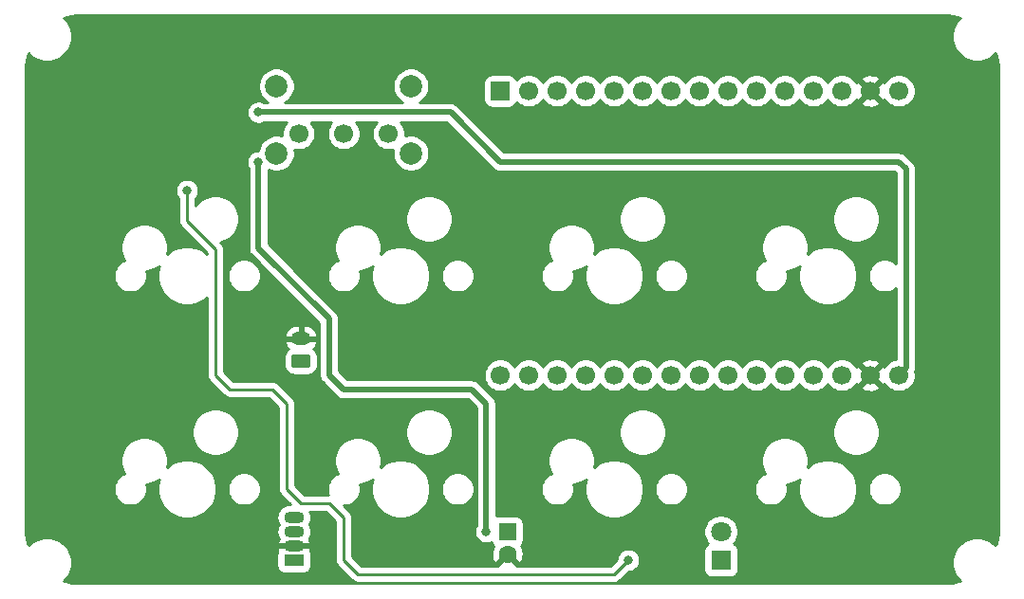
<source format=gtl>
G04 #@! TF.GenerationSoftware,KiCad,Pcbnew,(5.1.6)-1*
G04 #@! TF.CreationDate,2021-05-26T01:20:37+09:00*
G04 #@! TF.ProjectId,ble_macro_keyboard,626c655f-6d61-4637-926f-5f6b6579626f,rev?*
G04 #@! TF.SameCoordinates,Original*
G04 #@! TF.FileFunction,Copper,L1,Top*
G04 #@! TF.FilePolarity,Positive*
%FSLAX46Y46*%
G04 Gerber Fmt 4.6, Leading zero omitted, Abs format (unit mm)*
G04 Created by KiCad (PCBNEW (5.1.6)-1) date 2021-05-26 01:20:37*
%MOMM*%
%LPD*%
G01*
G04 APERTURE LIST*
G04 #@! TA.AperFunction,ComponentPad*
%ADD10C,1.700000*%
G04 #@! TD*
G04 #@! TA.AperFunction,ComponentPad*
%ADD11C,2.000000*%
G04 #@! TD*
G04 #@! TA.AperFunction,ComponentPad*
%ADD12R,1.700000X1.700000*%
G04 #@! TD*
G04 #@! TA.AperFunction,ComponentPad*
%ADD13O,1.750000X1.200000*%
G04 #@! TD*
G04 #@! TA.AperFunction,ComponentPad*
%ADD14O,1.800000X1.070000*%
G04 #@! TD*
G04 #@! TA.AperFunction,ComponentPad*
%ADD15R,1.800000X1.070000*%
G04 #@! TD*
G04 #@! TA.AperFunction,ComponentPad*
%ADD16C,1.800000*%
G04 #@! TD*
G04 #@! TA.AperFunction,ComponentPad*
%ADD17R,1.800000X1.800000*%
G04 #@! TD*
G04 #@! TA.AperFunction,ComponentPad*
%ADD18C,1.600000*%
G04 #@! TD*
G04 #@! TA.AperFunction,ComponentPad*
%ADD19R,1.600000X1.600000*%
G04 #@! TD*
G04 #@! TA.AperFunction,ViaPad*
%ADD20C,0.800000*%
G04 #@! TD*
G04 #@! TA.AperFunction,Conductor*
%ADD21C,0.499872*%
G04 #@! TD*
G04 #@! TA.AperFunction,Conductor*
%ADD22C,0.250000*%
G04 #@! TD*
G04 #@! TA.AperFunction,Conductor*
%ADD23C,0.254000*%
G04 #@! TD*
G04 APERTURE END LIST*
D10*
X34480000Y-12700000D03*
X30480000Y-12700000D03*
X26480000Y-12700000D03*
D11*
X24480000Y-8450000D03*
X36480000Y-8450000D03*
X36480000Y-14450000D03*
X24480000Y-14450000D03*
D10*
X44450000Y-34290000D03*
X46990000Y-34290000D03*
X49530000Y-34290000D03*
X52070000Y-34290000D03*
X54610000Y-34290000D03*
X57150000Y-34290000D03*
X59690000Y-34290000D03*
X62230000Y-34290000D03*
X64770000Y-34290000D03*
X67310000Y-34290000D03*
X69850000Y-34290000D03*
X72390000Y-34290000D03*
X74930000Y-34290000D03*
X77470000Y-34290000D03*
X80010000Y-34290000D03*
X80010000Y-8890000D03*
X77470000Y-8890000D03*
X74930000Y-8890000D03*
X72390000Y-8890000D03*
X69850000Y-8890000D03*
X67310000Y-8890000D03*
X64770000Y-8890000D03*
X62230000Y-8890000D03*
X59690000Y-8890000D03*
X57150000Y-8890000D03*
X54610000Y-8890000D03*
X52070000Y-8890000D03*
X49530000Y-8890000D03*
X46990000Y-8890000D03*
D12*
X44450000Y-8890000D03*
D13*
X26670000Y-31020000D03*
G04 #@! TA.AperFunction,ComponentPad*
G36*
G01*
X27295001Y-33620000D02*
X26044999Y-33620000D01*
G75*
G02*
X25795000Y-33370001I0J249999D01*
G01*
X25795000Y-32669999D01*
G75*
G02*
X26044999Y-32420000I249999J0D01*
G01*
X27295001Y-32420000D01*
G75*
G02*
X27545000Y-32669999I0J-249999D01*
G01*
X27545000Y-33370001D01*
G75*
G02*
X27295001Y-33620000I-249999J0D01*
G01*
G37*
G04 #@! TD.AperFunction*
D14*
X26035000Y-46990000D03*
X26035000Y-48260000D03*
X26035000Y-49530000D03*
D15*
X26035000Y-50800000D03*
D16*
X64135000Y-48260000D03*
D17*
X64135000Y-50800000D03*
D18*
X45085000Y-50260000D03*
D19*
X45085000Y-48260000D03*
D20*
X30480000Y-5080000D03*
X10160000Y-5080000D03*
X5080000Y-10160000D03*
X5080000Y-20320000D03*
X5080000Y-30480000D03*
X5080000Y-40640000D03*
X40640000Y-5080000D03*
X50800000Y-5080000D03*
X60960000Y-5080000D03*
X71120000Y-5080000D03*
X81280000Y-5080000D03*
X86360000Y-10160000D03*
X86360000Y-20320000D03*
X86360000Y-30480000D03*
X45720000Y-44450000D03*
X63500000Y-45720000D03*
X66040000Y-38100000D03*
X81280000Y-45720000D03*
X43180000Y-48260000D03*
X22860000Y-15240000D03*
X22860000Y-10795000D03*
X55880000Y-50800000D03*
X16510000Y-17780000D03*
D21*
X43180000Y-36830000D02*
X43180000Y-48260000D01*
X41910000Y-35560000D02*
X43180000Y-36830000D01*
X30480000Y-35560000D02*
X41910000Y-35560000D01*
X29179163Y-34259163D02*
X30480000Y-35560000D01*
X29179163Y-34259163D02*
X29179163Y-29240837D01*
X22860000Y-22921674D02*
X22860000Y-15240000D01*
X29179163Y-29240837D02*
X22860000Y-22921674D01*
X80040837Y-34259163D02*
X80010000Y-34290000D01*
X80645000Y-33655000D02*
X80010000Y-34290000D01*
X80645000Y-15875000D02*
X80645000Y-33655000D01*
X22860000Y-10795000D02*
X40005000Y-10795000D01*
X40005000Y-10795000D02*
X44450000Y-15240000D01*
X80010000Y-15240000D02*
X80645000Y-15875000D01*
X44450000Y-15240000D02*
X80010000Y-15240000D01*
D22*
X16510000Y-20481002D02*
X19050000Y-23021002D01*
X16510000Y-17780000D02*
X16510000Y-20481002D01*
X19050000Y-23021002D02*
X19050000Y-31750000D01*
X19050000Y-31750000D02*
X19050000Y-33020000D01*
X19050000Y-33020000D02*
X19050000Y-34290000D01*
X19050000Y-34290000D02*
X20320000Y-35560000D01*
X20320000Y-35560000D02*
X24130000Y-35560000D01*
X24130000Y-35560000D02*
X25400000Y-36830000D01*
X25400000Y-36830000D02*
X25400000Y-44450000D01*
X25400000Y-44450000D02*
X26670000Y-45720000D01*
X26670000Y-45720000D02*
X29210000Y-45720000D01*
X29210000Y-45720000D02*
X30480000Y-46990000D01*
X30480000Y-46990000D02*
X30480000Y-49530000D01*
X30480000Y-49530000D02*
X30480000Y-50800000D01*
X30480000Y-50800000D02*
X31750000Y-52070000D01*
X31750000Y-52070000D02*
X54610000Y-52070000D01*
X54610000Y-52070000D02*
X55880000Y-50800000D01*
D23*
G36*
X84424692Y-2145664D02*
G01*
X84846168Y-2201151D01*
X85261198Y-2293162D01*
X85477782Y-2361451D01*
X85263962Y-2575271D01*
X85019369Y-2941331D01*
X84850890Y-3348075D01*
X84765000Y-3779872D01*
X84765000Y-4220128D01*
X84850890Y-4651925D01*
X85019369Y-5058669D01*
X85263962Y-5424729D01*
X85575271Y-5736038D01*
X85941331Y-5980631D01*
X86348075Y-6149110D01*
X86779872Y-6235000D01*
X87220128Y-6235000D01*
X87651925Y-6149110D01*
X88058669Y-5980631D01*
X88424729Y-5736038D01*
X88638549Y-5522218D01*
X88706838Y-5738802D01*
X88798849Y-6153832D01*
X88854336Y-6575308D01*
X88873000Y-7002769D01*
X88873000Y-47997231D01*
X88854336Y-48424692D01*
X88798849Y-48846168D01*
X88706838Y-49261198D01*
X88638549Y-49477782D01*
X88424729Y-49263962D01*
X88058669Y-49019369D01*
X87651925Y-48850890D01*
X87220128Y-48765000D01*
X86779872Y-48765000D01*
X86348075Y-48850890D01*
X85941331Y-49019369D01*
X85575271Y-49263962D01*
X85263962Y-49575271D01*
X85019369Y-49941331D01*
X84850890Y-50348075D01*
X84765000Y-50779872D01*
X84765000Y-51220128D01*
X84850890Y-51651925D01*
X85019369Y-52058669D01*
X85263962Y-52424729D01*
X85477782Y-52638549D01*
X85261198Y-52706838D01*
X84846168Y-52798849D01*
X84424692Y-52854336D01*
X83997231Y-52873000D01*
X7002769Y-52873000D01*
X6575308Y-52854336D01*
X6153832Y-52798849D01*
X5738802Y-52706838D01*
X5522218Y-52638549D01*
X5736038Y-52424729D01*
X5980631Y-52058669D01*
X6149110Y-51651925D01*
X6235000Y-51220128D01*
X6235000Y-50779872D01*
X6149110Y-50348075D01*
X6114700Y-50265000D01*
X24496928Y-50265000D01*
X24496928Y-51335000D01*
X24509188Y-51459482D01*
X24545498Y-51579180D01*
X24604463Y-51689494D01*
X24683815Y-51786185D01*
X24780506Y-51865537D01*
X24890820Y-51924502D01*
X25010518Y-51960812D01*
X25135000Y-51973072D01*
X26935000Y-51973072D01*
X27059482Y-51960812D01*
X27179180Y-51924502D01*
X27289494Y-51865537D01*
X27386185Y-51786185D01*
X27465537Y-51689494D01*
X27524502Y-51579180D01*
X27560812Y-51459482D01*
X27573072Y-51335000D01*
X27573072Y-50265000D01*
X27560812Y-50140518D01*
X27524502Y-50020820D01*
X27487615Y-49951810D01*
X27528900Y-49837383D01*
X27403244Y-49657000D01*
X27118200Y-49657000D01*
X27059482Y-49639188D01*
X26935000Y-49626928D01*
X25135000Y-49626928D01*
X25010518Y-49639188D01*
X24951800Y-49657000D01*
X24666756Y-49657000D01*
X24541100Y-49837383D01*
X24582385Y-49951810D01*
X24545498Y-50020820D01*
X24509188Y-50140518D01*
X24496928Y-50265000D01*
X6114700Y-50265000D01*
X5980631Y-49941331D01*
X5736038Y-49575271D01*
X5424729Y-49263962D01*
X5058669Y-49019369D01*
X4651925Y-48850890D01*
X4220128Y-48765000D01*
X3779872Y-48765000D01*
X3348075Y-48850890D01*
X2941331Y-49019369D01*
X2575271Y-49263962D01*
X2361451Y-49477782D01*
X2293162Y-49261198D01*
X2201151Y-48846168D01*
X2145664Y-48424692D01*
X2127000Y-47997231D01*
X2127000Y-44303652D01*
X9944100Y-44303652D01*
X9944100Y-44596348D01*
X10001202Y-44883421D01*
X10113212Y-45153838D01*
X10275826Y-45397206D01*
X10482794Y-45604174D01*
X10726162Y-45766788D01*
X10996579Y-45878798D01*
X11283652Y-45935900D01*
X11576348Y-45935900D01*
X11863421Y-45878798D01*
X12133838Y-45766788D01*
X12377206Y-45604174D01*
X12584174Y-45397206D01*
X12746788Y-45153838D01*
X12858798Y-44883421D01*
X12915900Y-44596348D01*
X12915900Y-44303652D01*
X12864451Y-44045000D01*
X12910279Y-44045000D01*
X13322756Y-43962953D01*
X13711302Y-43802012D01*
X14017708Y-43597279D01*
X13982127Y-43683178D01*
X13881100Y-44191076D01*
X13881100Y-44708924D01*
X13982127Y-45216822D01*
X14180299Y-45695251D01*
X14468000Y-46125826D01*
X14834174Y-46492000D01*
X15264749Y-46779701D01*
X15743178Y-46977873D01*
X16251076Y-47078900D01*
X16768924Y-47078900D01*
X17276822Y-46977873D01*
X17755251Y-46779701D01*
X18185826Y-46492000D01*
X18552000Y-46125826D01*
X18839701Y-45695251D01*
X19037873Y-45216822D01*
X19138900Y-44708924D01*
X19138900Y-44303652D01*
X20104100Y-44303652D01*
X20104100Y-44596348D01*
X20161202Y-44883421D01*
X20273212Y-45153838D01*
X20435826Y-45397206D01*
X20642794Y-45604174D01*
X20886162Y-45766788D01*
X21156579Y-45878798D01*
X21443652Y-45935900D01*
X21736348Y-45935900D01*
X22023421Y-45878798D01*
X22293838Y-45766788D01*
X22537206Y-45604174D01*
X22744174Y-45397206D01*
X22906788Y-45153838D01*
X23018798Y-44883421D01*
X23075900Y-44596348D01*
X23075900Y-44303652D01*
X23018798Y-44016579D01*
X22906788Y-43746162D01*
X22744174Y-43502794D01*
X22537206Y-43295826D01*
X22293838Y-43133212D01*
X22023421Y-43021202D01*
X21736348Y-42964100D01*
X21443652Y-42964100D01*
X21156579Y-43021202D01*
X20886162Y-43133212D01*
X20642794Y-43295826D01*
X20435826Y-43502794D01*
X20273212Y-43746162D01*
X20161202Y-44016579D01*
X20104100Y-44303652D01*
X19138900Y-44303652D01*
X19138900Y-44191076D01*
X19037873Y-43683178D01*
X18839701Y-43204749D01*
X18552000Y-42774174D01*
X18185826Y-42408000D01*
X17755251Y-42120299D01*
X17276822Y-41922127D01*
X16768924Y-41821100D01*
X16251076Y-41821100D01*
X15743178Y-41922127D01*
X15264749Y-42120299D01*
X14834174Y-42408000D01*
X14763763Y-42478411D01*
X14835000Y-42120279D01*
X14835000Y-41699721D01*
X14752953Y-41287244D01*
X14592012Y-40898698D01*
X14358363Y-40549017D01*
X14060983Y-40251637D01*
X13711302Y-40017988D01*
X13322756Y-39857047D01*
X12910279Y-39775000D01*
X12489721Y-39775000D01*
X12077244Y-39857047D01*
X11688698Y-40017988D01*
X11339017Y-40251637D01*
X11041637Y-40549017D01*
X10807988Y-40898698D01*
X10647047Y-41287244D01*
X10565000Y-41699721D01*
X10565000Y-42120279D01*
X10647047Y-42532756D01*
X10807988Y-42921302D01*
X10901150Y-43060730D01*
X10726162Y-43133212D01*
X10482794Y-43295826D01*
X10275826Y-43502794D01*
X10113212Y-43746162D01*
X10001202Y-44016579D01*
X9944100Y-44303652D01*
X2127000Y-44303652D01*
X2127000Y-39159721D01*
X16915000Y-39159721D01*
X16915000Y-39580279D01*
X16997047Y-39992756D01*
X17157988Y-40381302D01*
X17391637Y-40730983D01*
X17689017Y-41028363D01*
X18038698Y-41262012D01*
X18427244Y-41422953D01*
X18839721Y-41505000D01*
X19260279Y-41505000D01*
X19672756Y-41422953D01*
X20061302Y-41262012D01*
X20410983Y-41028363D01*
X20708363Y-40730983D01*
X20942012Y-40381302D01*
X21102953Y-39992756D01*
X21185000Y-39580279D01*
X21185000Y-39159721D01*
X21102953Y-38747244D01*
X20942012Y-38358698D01*
X20708363Y-38009017D01*
X20410983Y-37711637D01*
X20061302Y-37477988D01*
X19672756Y-37317047D01*
X19260279Y-37235000D01*
X18839721Y-37235000D01*
X18427244Y-37317047D01*
X18038698Y-37477988D01*
X17689017Y-37711637D01*
X17391637Y-38009017D01*
X17157988Y-38358698D01*
X16997047Y-38747244D01*
X16915000Y-39159721D01*
X2127000Y-39159721D01*
X2127000Y-25253652D01*
X9944100Y-25253652D01*
X9944100Y-25546348D01*
X10001202Y-25833421D01*
X10113212Y-26103838D01*
X10275826Y-26347206D01*
X10482794Y-26554174D01*
X10726162Y-26716788D01*
X10996579Y-26828798D01*
X11283652Y-26885900D01*
X11576348Y-26885900D01*
X11863421Y-26828798D01*
X12133838Y-26716788D01*
X12377206Y-26554174D01*
X12584174Y-26347206D01*
X12746788Y-26103838D01*
X12858798Y-25833421D01*
X12915900Y-25546348D01*
X12915900Y-25253652D01*
X12864451Y-24995000D01*
X12910279Y-24995000D01*
X13322756Y-24912953D01*
X13711302Y-24752012D01*
X14017708Y-24547279D01*
X13982127Y-24633178D01*
X13881100Y-25141076D01*
X13881100Y-25658924D01*
X13982127Y-26166822D01*
X14180299Y-26645251D01*
X14468000Y-27075826D01*
X14834174Y-27442000D01*
X15264749Y-27729701D01*
X15743178Y-27927873D01*
X16251076Y-28028900D01*
X16768924Y-28028900D01*
X17276822Y-27927873D01*
X17755251Y-27729701D01*
X18185826Y-27442000D01*
X18290000Y-27337826D01*
X18290001Y-31712658D01*
X18290000Y-31712668D01*
X18290001Y-32982658D01*
X18290000Y-32982668D01*
X18290001Y-34252668D01*
X18286324Y-34290000D01*
X18290001Y-34327333D01*
X18300998Y-34438986D01*
X18310286Y-34469605D01*
X18344454Y-34582246D01*
X18415026Y-34714276D01*
X18472266Y-34784022D01*
X18510000Y-34830001D01*
X18538998Y-34853799D01*
X19756200Y-36071002D01*
X19779999Y-36100001D01*
X19895724Y-36194974D01*
X20027753Y-36265546D01*
X20171014Y-36309003D01*
X20282667Y-36320000D01*
X20282676Y-36320000D01*
X20319999Y-36323676D01*
X20357322Y-36320000D01*
X23815199Y-36320000D01*
X24640000Y-37144802D01*
X24640001Y-44412668D01*
X24636324Y-44450000D01*
X24650998Y-44598985D01*
X24694454Y-44742246D01*
X24765026Y-44874276D01*
X24832362Y-44956324D01*
X24860000Y-44990001D01*
X24888998Y-45013799D01*
X25695198Y-45820000D01*
X25612523Y-45820000D01*
X25440640Y-45836929D01*
X25220094Y-45903831D01*
X25016838Y-46012474D01*
X24838682Y-46158682D01*
X24692474Y-46336838D01*
X24583831Y-46540094D01*
X24516929Y-46760640D01*
X24494339Y-46990000D01*
X24516929Y-47219360D01*
X24583831Y-47439906D01*
X24682766Y-47625000D01*
X24583831Y-47810094D01*
X24516929Y-48030640D01*
X24494339Y-48260000D01*
X24516929Y-48489360D01*
X24583831Y-48709906D01*
X24684154Y-48897596D01*
X24626623Y-48985579D01*
X24541100Y-49222617D01*
X24666756Y-49403000D01*
X25407440Y-49403000D01*
X25440640Y-49413071D01*
X25612523Y-49430000D01*
X26457477Y-49430000D01*
X26629360Y-49413071D01*
X26662560Y-49403000D01*
X27403244Y-49403000D01*
X27528900Y-49222617D01*
X27443377Y-48985579D01*
X27385846Y-48897596D01*
X27486169Y-48709906D01*
X27553071Y-48489360D01*
X27575661Y-48260000D01*
X27553071Y-48030640D01*
X27486169Y-47810094D01*
X27387234Y-47625000D01*
X27486169Y-47439906D01*
X27553071Y-47219360D01*
X27575661Y-46990000D01*
X27553071Y-46760640D01*
X27486169Y-46540094D01*
X27454048Y-46480000D01*
X28895199Y-46480000D01*
X29720000Y-47304802D01*
X29720001Y-49492658D01*
X29720000Y-49492668D01*
X29720001Y-50762668D01*
X29716324Y-50800000D01*
X29720001Y-50837333D01*
X29730998Y-50948986D01*
X29744180Y-50992442D01*
X29774454Y-51092246D01*
X29845026Y-51224276D01*
X29899175Y-51290256D01*
X29940000Y-51340001D01*
X29968998Y-51363799D01*
X31186201Y-52581003D01*
X31209999Y-52610001D01*
X31325724Y-52704974D01*
X31457753Y-52775546D01*
X31601014Y-52819003D01*
X31712667Y-52830000D01*
X31712676Y-52830000D01*
X31749999Y-52833676D01*
X31787322Y-52830000D01*
X54572678Y-52830000D01*
X54610000Y-52833676D01*
X54647322Y-52830000D01*
X54647333Y-52830000D01*
X54758986Y-52819003D01*
X54902247Y-52775546D01*
X55034276Y-52704974D01*
X55150001Y-52610001D01*
X55173804Y-52580997D01*
X55919802Y-51835000D01*
X55981939Y-51835000D01*
X56181898Y-51795226D01*
X56370256Y-51717205D01*
X56539774Y-51603937D01*
X56683937Y-51459774D01*
X56797205Y-51290256D01*
X56875226Y-51101898D01*
X56915000Y-50901939D01*
X56915000Y-50698061D01*
X56875226Y-50498102D01*
X56797205Y-50309744D01*
X56683937Y-50140226D01*
X56539774Y-49996063D01*
X56396006Y-49900000D01*
X62596928Y-49900000D01*
X62596928Y-51700000D01*
X62609188Y-51824482D01*
X62645498Y-51944180D01*
X62704463Y-52054494D01*
X62783815Y-52151185D01*
X62880506Y-52230537D01*
X62990820Y-52289502D01*
X63110518Y-52325812D01*
X63235000Y-52338072D01*
X65035000Y-52338072D01*
X65159482Y-52325812D01*
X65279180Y-52289502D01*
X65389494Y-52230537D01*
X65486185Y-52151185D01*
X65565537Y-52054494D01*
X65624502Y-51944180D01*
X65660812Y-51824482D01*
X65673072Y-51700000D01*
X65673072Y-49900000D01*
X65660812Y-49775518D01*
X65624502Y-49655820D01*
X65565537Y-49545506D01*
X65486185Y-49448815D01*
X65389494Y-49369463D01*
X65279180Y-49310498D01*
X65260873Y-49304944D01*
X65327312Y-49238505D01*
X65495299Y-48987095D01*
X65611011Y-48707743D01*
X65670000Y-48411184D01*
X65670000Y-48108816D01*
X65611011Y-47812257D01*
X65495299Y-47532905D01*
X65327312Y-47281495D01*
X65113505Y-47067688D01*
X64862095Y-46899701D01*
X64582743Y-46783989D01*
X64286184Y-46725000D01*
X63983816Y-46725000D01*
X63687257Y-46783989D01*
X63407905Y-46899701D01*
X63156495Y-47067688D01*
X62942688Y-47281495D01*
X62774701Y-47532905D01*
X62658989Y-47812257D01*
X62600000Y-48108816D01*
X62600000Y-48411184D01*
X62658989Y-48707743D01*
X62774701Y-48987095D01*
X62942688Y-49238505D01*
X63009127Y-49304944D01*
X62990820Y-49310498D01*
X62880506Y-49369463D01*
X62783815Y-49448815D01*
X62704463Y-49545506D01*
X62645498Y-49655820D01*
X62609188Y-49775518D01*
X62596928Y-49900000D01*
X56396006Y-49900000D01*
X56370256Y-49882795D01*
X56181898Y-49804774D01*
X55981939Y-49765000D01*
X55778061Y-49765000D01*
X55578102Y-49804774D01*
X55389744Y-49882795D01*
X55220226Y-49996063D01*
X55076063Y-50140226D01*
X54962795Y-50309744D01*
X54884774Y-50498102D01*
X54845000Y-50698061D01*
X54845000Y-50760198D01*
X54295199Y-51310000D01*
X45881285Y-51310000D01*
X45898097Y-51252702D01*
X45085000Y-50439605D01*
X44271903Y-51252702D01*
X44288715Y-51310000D01*
X32064802Y-51310000D01*
X31240000Y-50485199D01*
X31240000Y-47027322D01*
X31243676Y-46989999D01*
X31240000Y-46952676D01*
X31240000Y-46952667D01*
X31229003Y-46841014D01*
X31185546Y-46697753D01*
X31114974Y-46565724D01*
X31020001Y-46449999D01*
X30991004Y-46426202D01*
X30500702Y-45935900D01*
X30626348Y-45935900D01*
X30913421Y-45878798D01*
X31183838Y-45766788D01*
X31427206Y-45604174D01*
X31634174Y-45397206D01*
X31796788Y-45153838D01*
X31908798Y-44883421D01*
X31965900Y-44596348D01*
X31965900Y-44303652D01*
X31914451Y-44045000D01*
X31960279Y-44045000D01*
X32372756Y-43962953D01*
X32761302Y-43802012D01*
X33067708Y-43597279D01*
X33032127Y-43683178D01*
X32931100Y-44191076D01*
X32931100Y-44708924D01*
X33032127Y-45216822D01*
X33230299Y-45695251D01*
X33518000Y-46125826D01*
X33884174Y-46492000D01*
X34314749Y-46779701D01*
X34793178Y-46977873D01*
X35301076Y-47078900D01*
X35818924Y-47078900D01*
X36326822Y-46977873D01*
X36805251Y-46779701D01*
X37235826Y-46492000D01*
X37602000Y-46125826D01*
X37889701Y-45695251D01*
X38087873Y-45216822D01*
X38188900Y-44708924D01*
X38188900Y-44303652D01*
X39154100Y-44303652D01*
X39154100Y-44596348D01*
X39211202Y-44883421D01*
X39323212Y-45153838D01*
X39485826Y-45397206D01*
X39692794Y-45604174D01*
X39936162Y-45766788D01*
X40206579Y-45878798D01*
X40493652Y-45935900D01*
X40786348Y-45935900D01*
X41073421Y-45878798D01*
X41343838Y-45766788D01*
X41587206Y-45604174D01*
X41794174Y-45397206D01*
X41956788Y-45153838D01*
X42068798Y-44883421D01*
X42125900Y-44596348D01*
X42125900Y-44303652D01*
X42068798Y-44016579D01*
X41956788Y-43746162D01*
X41794174Y-43502794D01*
X41587206Y-43295826D01*
X41343838Y-43133212D01*
X41073421Y-43021202D01*
X40786348Y-42964100D01*
X40493652Y-42964100D01*
X40206579Y-43021202D01*
X39936162Y-43133212D01*
X39692794Y-43295826D01*
X39485826Y-43502794D01*
X39323212Y-43746162D01*
X39211202Y-44016579D01*
X39154100Y-44303652D01*
X38188900Y-44303652D01*
X38188900Y-44191076D01*
X38087873Y-43683178D01*
X37889701Y-43204749D01*
X37602000Y-42774174D01*
X37235826Y-42408000D01*
X36805251Y-42120299D01*
X36326822Y-41922127D01*
X35818924Y-41821100D01*
X35301076Y-41821100D01*
X34793178Y-41922127D01*
X34314749Y-42120299D01*
X33884174Y-42408000D01*
X33813763Y-42478411D01*
X33885000Y-42120279D01*
X33885000Y-41699721D01*
X33802953Y-41287244D01*
X33642012Y-40898698D01*
X33408363Y-40549017D01*
X33110983Y-40251637D01*
X32761302Y-40017988D01*
X32372756Y-39857047D01*
X31960279Y-39775000D01*
X31539721Y-39775000D01*
X31127244Y-39857047D01*
X30738698Y-40017988D01*
X30389017Y-40251637D01*
X30091637Y-40549017D01*
X29857988Y-40898698D01*
X29697047Y-41287244D01*
X29615000Y-41699721D01*
X29615000Y-42120279D01*
X29697047Y-42532756D01*
X29857988Y-42921302D01*
X29951150Y-43060730D01*
X29776162Y-43133212D01*
X29532794Y-43295826D01*
X29325826Y-43502794D01*
X29163212Y-43746162D01*
X29051202Y-44016579D01*
X28994100Y-44303652D01*
X28994100Y-44596348D01*
X29051202Y-44883421D01*
X29082922Y-44960000D01*
X26984802Y-44960000D01*
X26160000Y-44135199D01*
X26160000Y-39159721D01*
X35965000Y-39159721D01*
X35965000Y-39580279D01*
X36047047Y-39992756D01*
X36207988Y-40381302D01*
X36441637Y-40730983D01*
X36739017Y-41028363D01*
X37088698Y-41262012D01*
X37477244Y-41422953D01*
X37889721Y-41505000D01*
X38310279Y-41505000D01*
X38722756Y-41422953D01*
X39111302Y-41262012D01*
X39460983Y-41028363D01*
X39758363Y-40730983D01*
X39992012Y-40381302D01*
X40152953Y-39992756D01*
X40235000Y-39580279D01*
X40235000Y-39159721D01*
X40152953Y-38747244D01*
X39992012Y-38358698D01*
X39758363Y-38009017D01*
X39460983Y-37711637D01*
X39111302Y-37477988D01*
X38722756Y-37317047D01*
X38310279Y-37235000D01*
X37889721Y-37235000D01*
X37477244Y-37317047D01*
X37088698Y-37477988D01*
X36739017Y-37711637D01*
X36441637Y-38009017D01*
X36207988Y-38358698D01*
X36047047Y-38747244D01*
X35965000Y-39159721D01*
X26160000Y-39159721D01*
X26160000Y-36867322D01*
X26163676Y-36829999D01*
X26160000Y-36792676D01*
X26160000Y-36792667D01*
X26149003Y-36681014D01*
X26105546Y-36537753D01*
X26034974Y-36405724D01*
X25940001Y-36289999D01*
X25911004Y-36266202D01*
X24693804Y-35049003D01*
X24670001Y-35019999D01*
X24554276Y-34925026D01*
X24422247Y-34854454D01*
X24278986Y-34810997D01*
X24167333Y-34800000D01*
X24167322Y-34800000D01*
X24130000Y-34796324D01*
X24092678Y-34800000D01*
X20634802Y-34800000D01*
X19810000Y-33975199D01*
X19810000Y-32669999D01*
X25156928Y-32669999D01*
X25156928Y-33370001D01*
X25173992Y-33543255D01*
X25224528Y-33709851D01*
X25306595Y-33863387D01*
X25417038Y-33997962D01*
X25551613Y-34108405D01*
X25705149Y-34190472D01*
X25871745Y-34241008D01*
X26044999Y-34258072D01*
X27295001Y-34258072D01*
X27468255Y-34241008D01*
X27634851Y-34190472D01*
X27788387Y-34108405D01*
X27922962Y-33997962D01*
X28033405Y-33863387D01*
X28115472Y-33709851D01*
X28166008Y-33543255D01*
X28183072Y-33370001D01*
X28183072Y-32669999D01*
X28166008Y-32496745D01*
X28115472Y-32330149D01*
X28033405Y-32176613D01*
X27922962Y-32042038D01*
X27788387Y-31931595D01*
X27783594Y-31929033D01*
X27908078Y-31803474D01*
X28042421Y-31600533D01*
X28134591Y-31375282D01*
X28138462Y-31337609D01*
X28013731Y-31147000D01*
X26797000Y-31147000D01*
X26797000Y-31167000D01*
X26543000Y-31167000D01*
X26543000Y-31147000D01*
X25326269Y-31147000D01*
X25201538Y-31337609D01*
X25205409Y-31375282D01*
X25297579Y-31600533D01*
X25431922Y-31803474D01*
X25556406Y-31929033D01*
X25551613Y-31931595D01*
X25417038Y-32042038D01*
X25306595Y-32176613D01*
X25224528Y-32330149D01*
X25173992Y-32496745D01*
X25156928Y-32669999D01*
X19810000Y-32669999D01*
X19810000Y-30702391D01*
X25201538Y-30702391D01*
X25326269Y-30893000D01*
X26543000Y-30893000D01*
X26543000Y-29785000D01*
X26797000Y-29785000D01*
X26797000Y-30893000D01*
X28013731Y-30893000D01*
X28138462Y-30702391D01*
X28134591Y-30664718D01*
X28042421Y-30439467D01*
X27908078Y-30236526D01*
X27736725Y-30063693D01*
X27534946Y-29927610D01*
X27310496Y-29833507D01*
X27072000Y-29785000D01*
X26797000Y-29785000D01*
X26543000Y-29785000D01*
X26268000Y-29785000D01*
X26029504Y-29833507D01*
X25805054Y-29927610D01*
X25603275Y-30063693D01*
X25431922Y-30236526D01*
X25297579Y-30439467D01*
X25205409Y-30664718D01*
X25201538Y-30702391D01*
X19810000Y-30702391D01*
X19810000Y-25253652D01*
X20104100Y-25253652D01*
X20104100Y-25546348D01*
X20161202Y-25833421D01*
X20273212Y-26103838D01*
X20435826Y-26347206D01*
X20642794Y-26554174D01*
X20886162Y-26716788D01*
X21156579Y-26828798D01*
X21443652Y-26885900D01*
X21736348Y-26885900D01*
X22023421Y-26828798D01*
X22293838Y-26716788D01*
X22537206Y-26554174D01*
X22744174Y-26347206D01*
X22906788Y-26103838D01*
X23018798Y-25833421D01*
X23075900Y-25546348D01*
X23075900Y-25253652D01*
X23018798Y-24966579D01*
X22906788Y-24696162D01*
X22744174Y-24452794D01*
X22537206Y-24245826D01*
X22293838Y-24083212D01*
X22023421Y-23971202D01*
X21736348Y-23914100D01*
X21443652Y-23914100D01*
X21156579Y-23971202D01*
X20886162Y-24083212D01*
X20642794Y-24245826D01*
X20435826Y-24452794D01*
X20273212Y-24696162D01*
X20161202Y-24966579D01*
X20104100Y-25253652D01*
X19810000Y-25253652D01*
X19810000Y-23058324D01*
X19813676Y-23021001D01*
X19810000Y-22983678D01*
X19810000Y-22983669D01*
X19799003Y-22872016D01*
X19755546Y-22728755D01*
X19684974Y-22596726D01*
X19671811Y-22580687D01*
X19613799Y-22509998D01*
X19613795Y-22509994D01*
X19590001Y-22481001D01*
X19561009Y-22457208D01*
X19509273Y-22405472D01*
X19672756Y-22372953D01*
X20061302Y-22212012D01*
X20410983Y-21978363D01*
X20708363Y-21680983D01*
X20942012Y-21331302D01*
X21102953Y-20942756D01*
X21185000Y-20530279D01*
X21185000Y-20109721D01*
X21102953Y-19697244D01*
X20942012Y-19308698D01*
X20708363Y-18959017D01*
X20410983Y-18661637D01*
X20061302Y-18427988D01*
X19672756Y-18267047D01*
X19260279Y-18185000D01*
X18839721Y-18185000D01*
X18427244Y-18267047D01*
X18038698Y-18427988D01*
X17689017Y-18661637D01*
X17391637Y-18959017D01*
X17270000Y-19141060D01*
X17270000Y-18483711D01*
X17313937Y-18439774D01*
X17427205Y-18270256D01*
X17505226Y-18081898D01*
X17545000Y-17881939D01*
X17545000Y-17678061D01*
X17505226Y-17478102D01*
X17427205Y-17289744D01*
X17313937Y-17120226D01*
X17169774Y-16976063D01*
X17000256Y-16862795D01*
X16811898Y-16784774D01*
X16611939Y-16745000D01*
X16408061Y-16745000D01*
X16208102Y-16784774D01*
X16019744Y-16862795D01*
X15850226Y-16976063D01*
X15706063Y-17120226D01*
X15592795Y-17289744D01*
X15514774Y-17478102D01*
X15475000Y-17678061D01*
X15475000Y-17881939D01*
X15514774Y-18081898D01*
X15592795Y-18270256D01*
X15706063Y-18439774D01*
X15750000Y-18483711D01*
X15750001Y-20443670D01*
X15746324Y-20481002D01*
X15760998Y-20629987D01*
X15804454Y-20773248D01*
X15875026Y-20905278D01*
X15946201Y-20992004D01*
X15970000Y-21021003D01*
X15998998Y-21044801D01*
X18290000Y-23335805D01*
X18290000Y-23462174D01*
X18185826Y-23358000D01*
X17755251Y-23070299D01*
X17276822Y-22872127D01*
X16768924Y-22771100D01*
X16251076Y-22771100D01*
X15743178Y-22872127D01*
X15264749Y-23070299D01*
X14834174Y-23358000D01*
X14763763Y-23428411D01*
X14835000Y-23070279D01*
X14835000Y-22649721D01*
X14752953Y-22237244D01*
X14592012Y-21848698D01*
X14358363Y-21499017D01*
X14060983Y-21201637D01*
X13711302Y-20967988D01*
X13322756Y-20807047D01*
X12910279Y-20725000D01*
X12489721Y-20725000D01*
X12077244Y-20807047D01*
X11688698Y-20967988D01*
X11339017Y-21201637D01*
X11041637Y-21499017D01*
X10807988Y-21848698D01*
X10647047Y-22237244D01*
X10565000Y-22649721D01*
X10565000Y-23070279D01*
X10647047Y-23482756D01*
X10807988Y-23871302D01*
X10901150Y-24010730D01*
X10726162Y-24083212D01*
X10482794Y-24245826D01*
X10275826Y-24452794D01*
X10113212Y-24696162D01*
X10001202Y-24966579D01*
X9944100Y-25253652D01*
X2127000Y-25253652D01*
X2127000Y-10693061D01*
X21825000Y-10693061D01*
X21825000Y-10896939D01*
X21864774Y-11096898D01*
X21942795Y-11285256D01*
X22056063Y-11454774D01*
X22200226Y-11598937D01*
X22369744Y-11712205D01*
X22558102Y-11790226D01*
X22758061Y-11830000D01*
X22961939Y-11830000D01*
X23161898Y-11790226D01*
X23350256Y-11712205D01*
X23398550Y-11679936D01*
X25399957Y-11679936D01*
X25326525Y-11753368D01*
X25164010Y-11996589D01*
X25052068Y-12266842D01*
X24995000Y-12553740D01*
X24995000Y-12846260D01*
X25005264Y-12897860D01*
X24956912Y-12877832D01*
X24641033Y-12815000D01*
X24318967Y-12815000D01*
X24003088Y-12877832D01*
X23705537Y-13001082D01*
X23437748Y-13180013D01*
X23210013Y-13407748D01*
X23031082Y-13675537D01*
X22907832Y-13973088D01*
X22861702Y-14205000D01*
X22758061Y-14205000D01*
X22558102Y-14244774D01*
X22369744Y-14322795D01*
X22200226Y-14436063D01*
X22056063Y-14580226D01*
X21942795Y-14749744D01*
X21864774Y-14938102D01*
X21825000Y-15138061D01*
X21825000Y-15341939D01*
X21864774Y-15541898D01*
X21942795Y-15730256D01*
X21975065Y-15778551D01*
X21975064Y-22878218D01*
X21970784Y-22921674D01*
X21975064Y-22965130D01*
X21975064Y-22965139D01*
X21987869Y-23095151D01*
X22038471Y-23261962D01*
X22120643Y-23415696D01*
X22144920Y-23445277D01*
X22231229Y-23550445D01*
X22264990Y-23578152D01*
X28294228Y-29607391D01*
X28294227Y-34215707D01*
X28289947Y-34259163D01*
X28294227Y-34302619D01*
X28294227Y-34302628D01*
X28307032Y-34432640D01*
X28320346Y-34476529D01*
X28357634Y-34599451D01*
X28439806Y-34753185D01*
X28522684Y-34854172D01*
X28550392Y-34887934D01*
X28584153Y-34915641D01*
X29823526Y-36155015D01*
X29851229Y-36188771D01*
X29884985Y-36216474D01*
X29884990Y-36216479D01*
X29944779Y-36265546D01*
X29985978Y-36299357D01*
X30139711Y-36381529D01*
X30306522Y-36432131D01*
X30436534Y-36444936D01*
X30436543Y-36444936D01*
X30479999Y-36449216D01*
X30523455Y-36444936D01*
X41543448Y-36444936D01*
X42295064Y-37196553D01*
X42295065Y-47721448D01*
X42262795Y-47769744D01*
X42184774Y-47958102D01*
X42145000Y-48158061D01*
X42145000Y-48361939D01*
X42184774Y-48561898D01*
X42262795Y-48750256D01*
X42376063Y-48919774D01*
X42520226Y-49063937D01*
X42689744Y-49177205D01*
X42878102Y-49255226D01*
X43078061Y-49295000D01*
X43281939Y-49295000D01*
X43481898Y-49255226D01*
X43658933Y-49181895D01*
X43659188Y-49184482D01*
X43695498Y-49304180D01*
X43754463Y-49414494D01*
X43833815Y-49511185D01*
X43846758Y-49521807D01*
X43727429Y-49773996D01*
X43658700Y-50048184D01*
X43644783Y-50330512D01*
X43686213Y-50610130D01*
X43781397Y-50876292D01*
X43848329Y-51001514D01*
X44092298Y-51073097D01*
X44905395Y-50260000D01*
X44891253Y-50245858D01*
X45070858Y-50066253D01*
X45085000Y-50080395D01*
X45099143Y-50066253D01*
X45278748Y-50245858D01*
X45264605Y-50260000D01*
X46077702Y-51073097D01*
X46321671Y-51001514D01*
X46442571Y-50746004D01*
X46511300Y-50471816D01*
X46525217Y-50189488D01*
X46483787Y-49909870D01*
X46388603Y-49643708D01*
X46323384Y-49521691D01*
X46336185Y-49511185D01*
X46415537Y-49414494D01*
X46474502Y-49304180D01*
X46510812Y-49184482D01*
X46523072Y-49060000D01*
X46523072Y-47460000D01*
X46510812Y-47335518D01*
X46474502Y-47215820D01*
X46415537Y-47105506D01*
X46336185Y-47008815D01*
X46239494Y-46929463D01*
X46129180Y-46870498D01*
X46009482Y-46834188D01*
X45885000Y-46821928D01*
X44285000Y-46821928D01*
X44160518Y-46834188D01*
X44064936Y-46863182D01*
X44064936Y-44303652D01*
X48044100Y-44303652D01*
X48044100Y-44596348D01*
X48101202Y-44883421D01*
X48213212Y-45153838D01*
X48375826Y-45397206D01*
X48582794Y-45604174D01*
X48826162Y-45766788D01*
X49096579Y-45878798D01*
X49383652Y-45935900D01*
X49676348Y-45935900D01*
X49963421Y-45878798D01*
X50233838Y-45766788D01*
X50477206Y-45604174D01*
X50684174Y-45397206D01*
X50846788Y-45153838D01*
X50958798Y-44883421D01*
X51015900Y-44596348D01*
X51015900Y-44303652D01*
X50964451Y-44045000D01*
X51010279Y-44045000D01*
X51422756Y-43962953D01*
X51811302Y-43802012D01*
X52117708Y-43597279D01*
X52082127Y-43683178D01*
X51981100Y-44191076D01*
X51981100Y-44708924D01*
X52082127Y-45216822D01*
X52280299Y-45695251D01*
X52568000Y-46125826D01*
X52934174Y-46492000D01*
X53364749Y-46779701D01*
X53843178Y-46977873D01*
X54351076Y-47078900D01*
X54868924Y-47078900D01*
X55376822Y-46977873D01*
X55855251Y-46779701D01*
X56285826Y-46492000D01*
X56652000Y-46125826D01*
X56939701Y-45695251D01*
X57137873Y-45216822D01*
X57238900Y-44708924D01*
X57238900Y-44303652D01*
X58204100Y-44303652D01*
X58204100Y-44596348D01*
X58261202Y-44883421D01*
X58373212Y-45153838D01*
X58535826Y-45397206D01*
X58742794Y-45604174D01*
X58986162Y-45766788D01*
X59256579Y-45878798D01*
X59543652Y-45935900D01*
X59836348Y-45935900D01*
X60123421Y-45878798D01*
X60393838Y-45766788D01*
X60637206Y-45604174D01*
X60844174Y-45397206D01*
X61006788Y-45153838D01*
X61118798Y-44883421D01*
X61175900Y-44596348D01*
X61175900Y-44303652D01*
X67094100Y-44303652D01*
X67094100Y-44596348D01*
X67151202Y-44883421D01*
X67263212Y-45153838D01*
X67425826Y-45397206D01*
X67632794Y-45604174D01*
X67876162Y-45766788D01*
X68146579Y-45878798D01*
X68433652Y-45935900D01*
X68726348Y-45935900D01*
X69013421Y-45878798D01*
X69283838Y-45766788D01*
X69527206Y-45604174D01*
X69734174Y-45397206D01*
X69896788Y-45153838D01*
X70008798Y-44883421D01*
X70065900Y-44596348D01*
X70065900Y-44303652D01*
X70014451Y-44045000D01*
X70060279Y-44045000D01*
X70472756Y-43962953D01*
X70861302Y-43802012D01*
X71167708Y-43597279D01*
X71132127Y-43683178D01*
X71031100Y-44191076D01*
X71031100Y-44708924D01*
X71132127Y-45216822D01*
X71330299Y-45695251D01*
X71618000Y-46125826D01*
X71984174Y-46492000D01*
X72414749Y-46779701D01*
X72893178Y-46977873D01*
X73401076Y-47078900D01*
X73918924Y-47078900D01*
X74426822Y-46977873D01*
X74905251Y-46779701D01*
X75335826Y-46492000D01*
X75702000Y-46125826D01*
X75989701Y-45695251D01*
X76187873Y-45216822D01*
X76288900Y-44708924D01*
X76288900Y-44303652D01*
X77254100Y-44303652D01*
X77254100Y-44596348D01*
X77311202Y-44883421D01*
X77423212Y-45153838D01*
X77585826Y-45397206D01*
X77792794Y-45604174D01*
X78036162Y-45766788D01*
X78306579Y-45878798D01*
X78593652Y-45935900D01*
X78886348Y-45935900D01*
X79173421Y-45878798D01*
X79443838Y-45766788D01*
X79687206Y-45604174D01*
X79894174Y-45397206D01*
X80056788Y-45153838D01*
X80168798Y-44883421D01*
X80225900Y-44596348D01*
X80225900Y-44303652D01*
X80168798Y-44016579D01*
X80056788Y-43746162D01*
X79894174Y-43502794D01*
X79687206Y-43295826D01*
X79443838Y-43133212D01*
X79173421Y-43021202D01*
X78886348Y-42964100D01*
X78593652Y-42964100D01*
X78306579Y-43021202D01*
X78036162Y-43133212D01*
X77792794Y-43295826D01*
X77585826Y-43502794D01*
X77423212Y-43746162D01*
X77311202Y-44016579D01*
X77254100Y-44303652D01*
X76288900Y-44303652D01*
X76288900Y-44191076D01*
X76187873Y-43683178D01*
X75989701Y-43204749D01*
X75702000Y-42774174D01*
X75335826Y-42408000D01*
X74905251Y-42120299D01*
X74426822Y-41922127D01*
X73918924Y-41821100D01*
X73401076Y-41821100D01*
X72893178Y-41922127D01*
X72414749Y-42120299D01*
X71984174Y-42408000D01*
X71913763Y-42478411D01*
X71985000Y-42120279D01*
X71985000Y-41699721D01*
X71902953Y-41287244D01*
X71742012Y-40898698D01*
X71508363Y-40549017D01*
X71210983Y-40251637D01*
X70861302Y-40017988D01*
X70472756Y-39857047D01*
X70060279Y-39775000D01*
X69639721Y-39775000D01*
X69227244Y-39857047D01*
X68838698Y-40017988D01*
X68489017Y-40251637D01*
X68191637Y-40549017D01*
X67957988Y-40898698D01*
X67797047Y-41287244D01*
X67715000Y-41699721D01*
X67715000Y-42120279D01*
X67797047Y-42532756D01*
X67957988Y-42921302D01*
X68051150Y-43060730D01*
X67876162Y-43133212D01*
X67632794Y-43295826D01*
X67425826Y-43502794D01*
X67263212Y-43746162D01*
X67151202Y-44016579D01*
X67094100Y-44303652D01*
X61175900Y-44303652D01*
X61118798Y-44016579D01*
X61006788Y-43746162D01*
X60844174Y-43502794D01*
X60637206Y-43295826D01*
X60393838Y-43133212D01*
X60123421Y-43021202D01*
X59836348Y-42964100D01*
X59543652Y-42964100D01*
X59256579Y-43021202D01*
X58986162Y-43133212D01*
X58742794Y-43295826D01*
X58535826Y-43502794D01*
X58373212Y-43746162D01*
X58261202Y-44016579D01*
X58204100Y-44303652D01*
X57238900Y-44303652D01*
X57238900Y-44191076D01*
X57137873Y-43683178D01*
X56939701Y-43204749D01*
X56652000Y-42774174D01*
X56285826Y-42408000D01*
X55855251Y-42120299D01*
X55376822Y-41922127D01*
X54868924Y-41821100D01*
X54351076Y-41821100D01*
X53843178Y-41922127D01*
X53364749Y-42120299D01*
X52934174Y-42408000D01*
X52863763Y-42478411D01*
X52935000Y-42120279D01*
X52935000Y-41699721D01*
X52852953Y-41287244D01*
X52692012Y-40898698D01*
X52458363Y-40549017D01*
X52160983Y-40251637D01*
X51811302Y-40017988D01*
X51422756Y-39857047D01*
X51010279Y-39775000D01*
X50589721Y-39775000D01*
X50177244Y-39857047D01*
X49788698Y-40017988D01*
X49439017Y-40251637D01*
X49141637Y-40549017D01*
X48907988Y-40898698D01*
X48747047Y-41287244D01*
X48665000Y-41699721D01*
X48665000Y-42120279D01*
X48747047Y-42532756D01*
X48907988Y-42921302D01*
X49001150Y-43060730D01*
X48826162Y-43133212D01*
X48582794Y-43295826D01*
X48375826Y-43502794D01*
X48213212Y-43746162D01*
X48101202Y-44016579D01*
X48044100Y-44303652D01*
X44064936Y-44303652D01*
X44064936Y-39159721D01*
X55015000Y-39159721D01*
X55015000Y-39580279D01*
X55097047Y-39992756D01*
X55257988Y-40381302D01*
X55491637Y-40730983D01*
X55789017Y-41028363D01*
X56138698Y-41262012D01*
X56527244Y-41422953D01*
X56939721Y-41505000D01*
X57360279Y-41505000D01*
X57772756Y-41422953D01*
X58161302Y-41262012D01*
X58510983Y-41028363D01*
X58808363Y-40730983D01*
X59042012Y-40381302D01*
X59202953Y-39992756D01*
X59285000Y-39580279D01*
X59285000Y-39159721D01*
X74065000Y-39159721D01*
X74065000Y-39580279D01*
X74147047Y-39992756D01*
X74307988Y-40381302D01*
X74541637Y-40730983D01*
X74839017Y-41028363D01*
X75188698Y-41262012D01*
X75577244Y-41422953D01*
X75989721Y-41505000D01*
X76410279Y-41505000D01*
X76822756Y-41422953D01*
X77211302Y-41262012D01*
X77560983Y-41028363D01*
X77858363Y-40730983D01*
X78092012Y-40381302D01*
X78252953Y-39992756D01*
X78335000Y-39580279D01*
X78335000Y-39159721D01*
X78252953Y-38747244D01*
X78092012Y-38358698D01*
X77858363Y-38009017D01*
X77560983Y-37711637D01*
X77211302Y-37477988D01*
X76822756Y-37317047D01*
X76410279Y-37235000D01*
X75989721Y-37235000D01*
X75577244Y-37317047D01*
X75188698Y-37477988D01*
X74839017Y-37711637D01*
X74541637Y-38009017D01*
X74307988Y-38358698D01*
X74147047Y-38747244D01*
X74065000Y-39159721D01*
X59285000Y-39159721D01*
X59202953Y-38747244D01*
X59042012Y-38358698D01*
X58808363Y-38009017D01*
X58510983Y-37711637D01*
X58161302Y-37477988D01*
X57772756Y-37317047D01*
X57360279Y-37235000D01*
X56939721Y-37235000D01*
X56527244Y-37317047D01*
X56138698Y-37477988D01*
X55789017Y-37711637D01*
X55491637Y-38009017D01*
X55257988Y-38358698D01*
X55097047Y-38747244D01*
X55015000Y-39159721D01*
X44064936Y-39159721D01*
X44064936Y-36873455D01*
X44069216Y-36829999D01*
X44064936Y-36786543D01*
X44064936Y-36786534D01*
X44052131Y-36656522D01*
X44001529Y-36489711D01*
X43970752Y-36432131D01*
X43919357Y-36335977D01*
X43836479Y-36234990D01*
X43836474Y-36234985D01*
X43808771Y-36201229D01*
X43775016Y-36173527D01*
X42566478Y-34964990D01*
X42538771Y-34931229D01*
X42404022Y-34820643D01*
X42250289Y-34738471D01*
X42083478Y-34687869D01*
X41953466Y-34675064D01*
X41953456Y-34675064D01*
X41910000Y-34670784D01*
X41866544Y-34675064D01*
X30846553Y-34675064D01*
X30315229Y-34143740D01*
X42965000Y-34143740D01*
X42965000Y-34436260D01*
X43022068Y-34723158D01*
X43134010Y-34993411D01*
X43296525Y-35236632D01*
X43503368Y-35443475D01*
X43746589Y-35605990D01*
X44016842Y-35717932D01*
X44303740Y-35775000D01*
X44596260Y-35775000D01*
X44883158Y-35717932D01*
X45153411Y-35605990D01*
X45396632Y-35443475D01*
X45603475Y-35236632D01*
X45720000Y-35062240D01*
X45836525Y-35236632D01*
X46043368Y-35443475D01*
X46286589Y-35605990D01*
X46556842Y-35717932D01*
X46843740Y-35775000D01*
X47136260Y-35775000D01*
X47423158Y-35717932D01*
X47693411Y-35605990D01*
X47936632Y-35443475D01*
X48143475Y-35236632D01*
X48260000Y-35062240D01*
X48376525Y-35236632D01*
X48583368Y-35443475D01*
X48826589Y-35605990D01*
X49096842Y-35717932D01*
X49383740Y-35775000D01*
X49676260Y-35775000D01*
X49963158Y-35717932D01*
X50233411Y-35605990D01*
X50476632Y-35443475D01*
X50683475Y-35236632D01*
X50800000Y-35062240D01*
X50916525Y-35236632D01*
X51123368Y-35443475D01*
X51366589Y-35605990D01*
X51636842Y-35717932D01*
X51923740Y-35775000D01*
X52216260Y-35775000D01*
X52503158Y-35717932D01*
X52773411Y-35605990D01*
X53016632Y-35443475D01*
X53223475Y-35236632D01*
X53340000Y-35062240D01*
X53456525Y-35236632D01*
X53663368Y-35443475D01*
X53906589Y-35605990D01*
X54176842Y-35717932D01*
X54463740Y-35775000D01*
X54756260Y-35775000D01*
X55043158Y-35717932D01*
X55313411Y-35605990D01*
X55556632Y-35443475D01*
X55763475Y-35236632D01*
X55880000Y-35062240D01*
X55996525Y-35236632D01*
X56203368Y-35443475D01*
X56446589Y-35605990D01*
X56716842Y-35717932D01*
X57003740Y-35775000D01*
X57296260Y-35775000D01*
X57583158Y-35717932D01*
X57853411Y-35605990D01*
X58096632Y-35443475D01*
X58303475Y-35236632D01*
X58420000Y-35062240D01*
X58536525Y-35236632D01*
X58743368Y-35443475D01*
X58986589Y-35605990D01*
X59256842Y-35717932D01*
X59543740Y-35775000D01*
X59836260Y-35775000D01*
X60123158Y-35717932D01*
X60393411Y-35605990D01*
X60636632Y-35443475D01*
X60843475Y-35236632D01*
X60960000Y-35062240D01*
X61076525Y-35236632D01*
X61283368Y-35443475D01*
X61526589Y-35605990D01*
X61796842Y-35717932D01*
X62083740Y-35775000D01*
X62376260Y-35775000D01*
X62663158Y-35717932D01*
X62933411Y-35605990D01*
X63176632Y-35443475D01*
X63383475Y-35236632D01*
X63500000Y-35062240D01*
X63616525Y-35236632D01*
X63823368Y-35443475D01*
X64066589Y-35605990D01*
X64336842Y-35717932D01*
X64623740Y-35775000D01*
X64916260Y-35775000D01*
X65203158Y-35717932D01*
X65473411Y-35605990D01*
X65716632Y-35443475D01*
X65923475Y-35236632D01*
X66040000Y-35062240D01*
X66156525Y-35236632D01*
X66363368Y-35443475D01*
X66606589Y-35605990D01*
X66876842Y-35717932D01*
X67163740Y-35775000D01*
X67456260Y-35775000D01*
X67743158Y-35717932D01*
X68013411Y-35605990D01*
X68256632Y-35443475D01*
X68463475Y-35236632D01*
X68580000Y-35062240D01*
X68696525Y-35236632D01*
X68903368Y-35443475D01*
X69146589Y-35605990D01*
X69416842Y-35717932D01*
X69703740Y-35775000D01*
X69996260Y-35775000D01*
X70283158Y-35717932D01*
X70553411Y-35605990D01*
X70796632Y-35443475D01*
X71003475Y-35236632D01*
X71120000Y-35062240D01*
X71236525Y-35236632D01*
X71443368Y-35443475D01*
X71686589Y-35605990D01*
X71956842Y-35717932D01*
X72243740Y-35775000D01*
X72536260Y-35775000D01*
X72823158Y-35717932D01*
X73093411Y-35605990D01*
X73336632Y-35443475D01*
X73543475Y-35236632D01*
X73660000Y-35062240D01*
X73776525Y-35236632D01*
X73983368Y-35443475D01*
X74226589Y-35605990D01*
X74496842Y-35717932D01*
X74783740Y-35775000D01*
X75076260Y-35775000D01*
X75363158Y-35717932D01*
X75633411Y-35605990D01*
X75876632Y-35443475D01*
X76001710Y-35318397D01*
X76621208Y-35318397D01*
X76698843Y-35567472D01*
X76962883Y-35693371D01*
X77246411Y-35765339D01*
X77538531Y-35780611D01*
X77828019Y-35738599D01*
X78103747Y-35640919D01*
X78241157Y-35567472D01*
X78318792Y-35318397D01*
X77470000Y-34469605D01*
X76621208Y-35318397D01*
X76001710Y-35318397D01*
X76083475Y-35236632D01*
X76199311Y-35063271D01*
X76441603Y-35138792D01*
X77290395Y-34290000D01*
X76441603Y-33441208D01*
X76199311Y-33516729D01*
X76083475Y-33343368D01*
X76001710Y-33261603D01*
X76621208Y-33261603D01*
X77470000Y-34110395D01*
X78318792Y-33261603D01*
X78241157Y-33012528D01*
X77977117Y-32886629D01*
X77693589Y-32814661D01*
X77401469Y-32799389D01*
X77111981Y-32841401D01*
X76836253Y-32939081D01*
X76698843Y-33012528D01*
X76621208Y-33261603D01*
X76001710Y-33261603D01*
X75876632Y-33136525D01*
X75633411Y-32974010D01*
X75363158Y-32862068D01*
X75076260Y-32805000D01*
X74783740Y-32805000D01*
X74496842Y-32862068D01*
X74226589Y-32974010D01*
X73983368Y-33136525D01*
X73776525Y-33343368D01*
X73660000Y-33517760D01*
X73543475Y-33343368D01*
X73336632Y-33136525D01*
X73093411Y-32974010D01*
X72823158Y-32862068D01*
X72536260Y-32805000D01*
X72243740Y-32805000D01*
X71956842Y-32862068D01*
X71686589Y-32974010D01*
X71443368Y-33136525D01*
X71236525Y-33343368D01*
X71120000Y-33517760D01*
X71003475Y-33343368D01*
X70796632Y-33136525D01*
X70553411Y-32974010D01*
X70283158Y-32862068D01*
X69996260Y-32805000D01*
X69703740Y-32805000D01*
X69416842Y-32862068D01*
X69146589Y-32974010D01*
X68903368Y-33136525D01*
X68696525Y-33343368D01*
X68580000Y-33517760D01*
X68463475Y-33343368D01*
X68256632Y-33136525D01*
X68013411Y-32974010D01*
X67743158Y-32862068D01*
X67456260Y-32805000D01*
X67163740Y-32805000D01*
X66876842Y-32862068D01*
X66606589Y-32974010D01*
X66363368Y-33136525D01*
X66156525Y-33343368D01*
X66040000Y-33517760D01*
X65923475Y-33343368D01*
X65716632Y-33136525D01*
X65473411Y-32974010D01*
X65203158Y-32862068D01*
X64916260Y-32805000D01*
X64623740Y-32805000D01*
X64336842Y-32862068D01*
X64066589Y-32974010D01*
X63823368Y-33136525D01*
X63616525Y-33343368D01*
X63500000Y-33517760D01*
X63383475Y-33343368D01*
X63176632Y-33136525D01*
X62933411Y-32974010D01*
X62663158Y-32862068D01*
X62376260Y-32805000D01*
X62083740Y-32805000D01*
X61796842Y-32862068D01*
X61526589Y-32974010D01*
X61283368Y-33136525D01*
X61076525Y-33343368D01*
X60960000Y-33517760D01*
X60843475Y-33343368D01*
X60636632Y-33136525D01*
X60393411Y-32974010D01*
X60123158Y-32862068D01*
X59836260Y-32805000D01*
X59543740Y-32805000D01*
X59256842Y-32862068D01*
X58986589Y-32974010D01*
X58743368Y-33136525D01*
X58536525Y-33343368D01*
X58420000Y-33517760D01*
X58303475Y-33343368D01*
X58096632Y-33136525D01*
X57853411Y-32974010D01*
X57583158Y-32862068D01*
X57296260Y-32805000D01*
X57003740Y-32805000D01*
X56716842Y-32862068D01*
X56446589Y-32974010D01*
X56203368Y-33136525D01*
X55996525Y-33343368D01*
X55880000Y-33517760D01*
X55763475Y-33343368D01*
X55556632Y-33136525D01*
X55313411Y-32974010D01*
X55043158Y-32862068D01*
X54756260Y-32805000D01*
X54463740Y-32805000D01*
X54176842Y-32862068D01*
X53906589Y-32974010D01*
X53663368Y-33136525D01*
X53456525Y-33343368D01*
X53340000Y-33517760D01*
X53223475Y-33343368D01*
X53016632Y-33136525D01*
X52773411Y-32974010D01*
X52503158Y-32862068D01*
X52216260Y-32805000D01*
X51923740Y-32805000D01*
X51636842Y-32862068D01*
X51366589Y-32974010D01*
X51123368Y-33136525D01*
X50916525Y-33343368D01*
X50800000Y-33517760D01*
X50683475Y-33343368D01*
X50476632Y-33136525D01*
X50233411Y-32974010D01*
X49963158Y-32862068D01*
X49676260Y-32805000D01*
X49383740Y-32805000D01*
X49096842Y-32862068D01*
X48826589Y-32974010D01*
X48583368Y-33136525D01*
X48376525Y-33343368D01*
X48260000Y-33517760D01*
X48143475Y-33343368D01*
X47936632Y-33136525D01*
X47693411Y-32974010D01*
X47423158Y-32862068D01*
X47136260Y-32805000D01*
X46843740Y-32805000D01*
X46556842Y-32862068D01*
X46286589Y-32974010D01*
X46043368Y-33136525D01*
X45836525Y-33343368D01*
X45720000Y-33517760D01*
X45603475Y-33343368D01*
X45396632Y-33136525D01*
X45153411Y-32974010D01*
X44883158Y-32862068D01*
X44596260Y-32805000D01*
X44303740Y-32805000D01*
X44016842Y-32862068D01*
X43746589Y-32974010D01*
X43503368Y-33136525D01*
X43296525Y-33343368D01*
X43134010Y-33586589D01*
X43022068Y-33856842D01*
X42965000Y-34143740D01*
X30315229Y-34143740D01*
X30064099Y-33892611D01*
X30064099Y-29284292D01*
X30068379Y-29240836D01*
X30064099Y-29197380D01*
X30064099Y-29197371D01*
X30051294Y-29067359D01*
X30000692Y-28900548D01*
X29918520Y-28746814D01*
X29835642Y-28645827D01*
X29835637Y-28645822D01*
X29807934Y-28612066D01*
X29774178Y-28584363D01*
X26443467Y-25253652D01*
X28994100Y-25253652D01*
X28994100Y-25546348D01*
X29051202Y-25833421D01*
X29163212Y-26103838D01*
X29325826Y-26347206D01*
X29532794Y-26554174D01*
X29776162Y-26716788D01*
X30046579Y-26828798D01*
X30333652Y-26885900D01*
X30626348Y-26885900D01*
X30913421Y-26828798D01*
X31183838Y-26716788D01*
X31427206Y-26554174D01*
X31634174Y-26347206D01*
X31796788Y-26103838D01*
X31908798Y-25833421D01*
X31965900Y-25546348D01*
X31965900Y-25253652D01*
X31914451Y-24995000D01*
X31960279Y-24995000D01*
X32372756Y-24912953D01*
X32761302Y-24752012D01*
X33067708Y-24547279D01*
X33032127Y-24633178D01*
X32931100Y-25141076D01*
X32931100Y-25658924D01*
X33032127Y-26166822D01*
X33230299Y-26645251D01*
X33518000Y-27075826D01*
X33884174Y-27442000D01*
X34314749Y-27729701D01*
X34793178Y-27927873D01*
X35301076Y-28028900D01*
X35818924Y-28028900D01*
X36326822Y-27927873D01*
X36805251Y-27729701D01*
X37235826Y-27442000D01*
X37602000Y-27075826D01*
X37889701Y-26645251D01*
X38087873Y-26166822D01*
X38188900Y-25658924D01*
X38188900Y-25253652D01*
X39154100Y-25253652D01*
X39154100Y-25546348D01*
X39211202Y-25833421D01*
X39323212Y-26103838D01*
X39485826Y-26347206D01*
X39692794Y-26554174D01*
X39936162Y-26716788D01*
X40206579Y-26828798D01*
X40493652Y-26885900D01*
X40786348Y-26885900D01*
X41073421Y-26828798D01*
X41343838Y-26716788D01*
X41587206Y-26554174D01*
X41794174Y-26347206D01*
X41956788Y-26103838D01*
X42068798Y-25833421D01*
X42125900Y-25546348D01*
X42125900Y-25253652D01*
X48044100Y-25253652D01*
X48044100Y-25546348D01*
X48101202Y-25833421D01*
X48213212Y-26103838D01*
X48375826Y-26347206D01*
X48582794Y-26554174D01*
X48826162Y-26716788D01*
X49096579Y-26828798D01*
X49383652Y-26885900D01*
X49676348Y-26885900D01*
X49963421Y-26828798D01*
X50233838Y-26716788D01*
X50477206Y-26554174D01*
X50684174Y-26347206D01*
X50846788Y-26103838D01*
X50958798Y-25833421D01*
X51015900Y-25546348D01*
X51015900Y-25253652D01*
X50964451Y-24995000D01*
X51010279Y-24995000D01*
X51422756Y-24912953D01*
X51811302Y-24752012D01*
X52117708Y-24547279D01*
X52082127Y-24633178D01*
X51981100Y-25141076D01*
X51981100Y-25658924D01*
X52082127Y-26166822D01*
X52280299Y-26645251D01*
X52568000Y-27075826D01*
X52934174Y-27442000D01*
X53364749Y-27729701D01*
X53843178Y-27927873D01*
X54351076Y-28028900D01*
X54868924Y-28028900D01*
X55376822Y-27927873D01*
X55855251Y-27729701D01*
X56285826Y-27442000D01*
X56652000Y-27075826D01*
X56939701Y-26645251D01*
X57137873Y-26166822D01*
X57238900Y-25658924D01*
X57238900Y-25253652D01*
X58204100Y-25253652D01*
X58204100Y-25546348D01*
X58261202Y-25833421D01*
X58373212Y-26103838D01*
X58535826Y-26347206D01*
X58742794Y-26554174D01*
X58986162Y-26716788D01*
X59256579Y-26828798D01*
X59543652Y-26885900D01*
X59836348Y-26885900D01*
X60123421Y-26828798D01*
X60393838Y-26716788D01*
X60637206Y-26554174D01*
X60844174Y-26347206D01*
X61006788Y-26103838D01*
X61118798Y-25833421D01*
X61175900Y-25546348D01*
X61175900Y-25253652D01*
X67094100Y-25253652D01*
X67094100Y-25546348D01*
X67151202Y-25833421D01*
X67263212Y-26103838D01*
X67425826Y-26347206D01*
X67632794Y-26554174D01*
X67876162Y-26716788D01*
X68146579Y-26828798D01*
X68433652Y-26885900D01*
X68726348Y-26885900D01*
X69013421Y-26828798D01*
X69283838Y-26716788D01*
X69527206Y-26554174D01*
X69734174Y-26347206D01*
X69896788Y-26103838D01*
X70008798Y-25833421D01*
X70065900Y-25546348D01*
X70065900Y-25253652D01*
X70014451Y-24995000D01*
X70060279Y-24995000D01*
X70472756Y-24912953D01*
X70861302Y-24752012D01*
X71167708Y-24547279D01*
X71132127Y-24633178D01*
X71031100Y-25141076D01*
X71031100Y-25658924D01*
X71132127Y-26166822D01*
X71330299Y-26645251D01*
X71618000Y-27075826D01*
X71984174Y-27442000D01*
X72414749Y-27729701D01*
X72893178Y-27927873D01*
X73401076Y-28028900D01*
X73918924Y-28028900D01*
X74426822Y-27927873D01*
X74905251Y-27729701D01*
X75335826Y-27442000D01*
X75702000Y-27075826D01*
X75989701Y-26645251D01*
X76187873Y-26166822D01*
X76288900Y-25658924D01*
X76288900Y-25141076D01*
X76187873Y-24633178D01*
X75989701Y-24154749D01*
X75702000Y-23724174D01*
X75335826Y-23358000D01*
X74905251Y-23070299D01*
X74426822Y-22872127D01*
X73918924Y-22771100D01*
X73401076Y-22771100D01*
X72893178Y-22872127D01*
X72414749Y-23070299D01*
X71984174Y-23358000D01*
X71913763Y-23428411D01*
X71985000Y-23070279D01*
X71985000Y-22649721D01*
X71902953Y-22237244D01*
X71742012Y-21848698D01*
X71508363Y-21499017D01*
X71210983Y-21201637D01*
X70861302Y-20967988D01*
X70472756Y-20807047D01*
X70060279Y-20725000D01*
X69639721Y-20725000D01*
X69227244Y-20807047D01*
X68838698Y-20967988D01*
X68489017Y-21201637D01*
X68191637Y-21499017D01*
X67957988Y-21848698D01*
X67797047Y-22237244D01*
X67715000Y-22649721D01*
X67715000Y-23070279D01*
X67797047Y-23482756D01*
X67957988Y-23871302D01*
X68051150Y-24010730D01*
X67876162Y-24083212D01*
X67632794Y-24245826D01*
X67425826Y-24452794D01*
X67263212Y-24696162D01*
X67151202Y-24966579D01*
X67094100Y-25253652D01*
X61175900Y-25253652D01*
X61118798Y-24966579D01*
X61006788Y-24696162D01*
X60844174Y-24452794D01*
X60637206Y-24245826D01*
X60393838Y-24083212D01*
X60123421Y-23971202D01*
X59836348Y-23914100D01*
X59543652Y-23914100D01*
X59256579Y-23971202D01*
X58986162Y-24083212D01*
X58742794Y-24245826D01*
X58535826Y-24452794D01*
X58373212Y-24696162D01*
X58261202Y-24966579D01*
X58204100Y-25253652D01*
X57238900Y-25253652D01*
X57238900Y-25141076D01*
X57137873Y-24633178D01*
X56939701Y-24154749D01*
X56652000Y-23724174D01*
X56285826Y-23358000D01*
X55855251Y-23070299D01*
X55376822Y-22872127D01*
X54868924Y-22771100D01*
X54351076Y-22771100D01*
X53843178Y-22872127D01*
X53364749Y-23070299D01*
X52934174Y-23358000D01*
X52863763Y-23428411D01*
X52935000Y-23070279D01*
X52935000Y-22649721D01*
X52852953Y-22237244D01*
X52692012Y-21848698D01*
X52458363Y-21499017D01*
X52160983Y-21201637D01*
X51811302Y-20967988D01*
X51422756Y-20807047D01*
X51010279Y-20725000D01*
X50589721Y-20725000D01*
X50177244Y-20807047D01*
X49788698Y-20967988D01*
X49439017Y-21201637D01*
X49141637Y-21499017D01*
X48907988Y-21848698D01*
X48747047Y-22237244D01*
X48665000Y-22649721D01*
X48665000Y-23070279D01*
X48747047Y-23482756D01*
X48907988Y-23871302D01*
X49001150Y-24010730D01*
X48826162Y-24083212D01*
X48582794Y-24245826D01*
X48375826Y-24452794D01*
X48213212Y-24696162D01*
X48101202Y-24966579D01*
X48044100Y-25253652D01*
X42125900Y-25253652D01*
X42068798Y-24966579D01*
X41956788Y-24696162D01*
X41794174Y-24452794D01*
X41587206Y-24245826D01*
X41343838Y-24083212D01*
X41073421Y-23971202D01*
X40786348Y-23914100D01*
X40493652Y-23914100D01*
X40206579Y-23971202D01*
X39936162Y-24083212D01*
X39692794Y-24245826D01*
X39485826Y-24452794D01*
X39323212Y-24696162D01*
X39211202Y-24966579D01*
X39154100Y-25253652D01*
X38188900Y-25253652D01*
X38188900Y-25141076D01*
X38087873Y-24633178D01*
X37889701Y-24154749D01*
X37602000Y-23724174D01*
X37235826Y-23358000D01*
X36805251Y-23070299D01*
X36326822Y-22872127D01*
X35818924Y-22771100D01*
X35301076Y-22771100D01*
X34793178Y-22872127D01*
X34314749Y-23070299D01*
X33884174Y-23358000D01*
X33813763Y-23428411D01*
X33885000Y-23070279D01*
X33885000Y-22649721D01*
X33802953Y-22237244D01*
X33642012Y-21848698D01*
X33408363Y-21499017D01*
X33110983Y-21201637D01*
X32761302Y-20967988D01*
X32372756Y-20807047D01*
X31960279Y-20725000D01*
X31539721Y-20725000D01*
X31127244Y-20807047D01*
X30738698Y-20967988D01*
X30389017Y-21201637D01*
X30091637Y-21499017D01*
X29857988Y-21848698D01*
X29697047Y-22237244D01*
X29615000Y-22649721D01*
X29615000Y-23070279D01*
X29697047Y-23482756D01*
X29857988Y-23871302D01*
X29951150Y-24010730D01*
X29776162Y-24083212D01*
X29532794Y-24245826D01*
X29325826Y-24452794D01*
X29163212Y-24696162D01*
X29051202Y-24966579D01*
X28994100Y-25253652D01*
X26443467Y-25253652D01*
X23744936Y-22555122D01*
X23744936Y-20109721D01*
X35965000Y-20109721D01*
X35965000Y-20530279D01*
X36047047Y-20942756D01*
X36207988Y-21331302D01*
X36441637Y-21680983D01*
X36739017Y-21978363D01*
X37088698Y-22212012D01*
X37477244Y-22372953D01*
X37889721Y-22455000D01*
X38310279Y-22455000D01*
X38722756Y-22372953D01*
X39111302Y-22212012D01*
X39460983Y-21978363D01*
X39758363Y-21680983D01*
X39992012Y-21331302D01*
X40152953Y-20942756D01*
X40235000Y-20530279D01*
X40235000Y-20109721D01*
X55015000Y-20109721D01*
X55015000Y-20530279D01*
X55097047Y-20942756D01*
X55257988Y-21331302D01*
X55491637Y-21680983D01*
X55789017Y-21978363D01*
X56138698Y-22212012D01*
X56527244Y-22372953D01*
X56939721Y-22455000D01*
X57360279Y-22455000D01*
X57772756Y-22372953D01*
X58161302Y-22212012D01*
X58510983Y-21978363D01*
X58808363Y-21680983D01*
X59042012Y-21331302D01*
X59202953Y-20942756D01*
X59285000Y-20530279D01*
X59285000Y-20109721D01*
X74065000Y-20109721D01*
X74065000Y-20530279D01*
X74147047Y-20942756D01*
X74307988Y-21331302D01*
X74541637Y-21680983D01*
X74839017Y-21978363D01*
X75188698Y-22212012D01*
X75577244Y-22372953D01*
X75989721Y-22455000D01*
X76410279Y-22455000D01*
X76822756Y-22372953D01*
X77211302Y-22212012D01*
X77560983Y-21978363D01*
X77858363Y-21680983D01*
X78092012Y-21331302D01*
X78252953Y-20942756D01*
X78335000Y-20530279D01*
X78335000Y-20109721D01*
X78252953Y-19697244D01*
X78092012Y-19308698D01*
X77858363Y-18959017D01*
X77560983Y-18661637D01*
X77211302Y-18427988D01*
X76822756Y-18267047D01*
X76410279Y-18185000D01*
X75989721Y-18185000D01*
X75577244Y-18267047D01*
X75188698Y-18427988D01*
X74839017Y-18661637D01*
X74541637Y-18959017D01*
X74307988Y-19308698D01*
X74147047Y-19697244D01*
X74065000Y-20109721D01*
X59285000Y-20109721D01*
X59202953Y-19697244D01*
X59042012Y-19308698D01*
X58808363Y-18959017D01*
X58510983Y-18661637D01*
X58161302Y-18427988D01*
X57772756Y-18267047D01*
X57360279Y-18185000D01*
X56939721Y-18185000D01*
X56527244Y-18267047D01*
X56138698Y-18427988D01*
X55789017Y-18661637D01*
X55491637Y-18959017D01*
X55257988Y-19308698D01*
X55097047Y-19697244D01*
X55015000Y-20109721D01*
X40235000Y-20109721D01*
X40152953Y-19697244D01*
X39992012Y-19308698D01*
X39758363Y-18959017D01*
X39460983Y-18661637D01*
X39111302Y-18427988D01*
X38722756Y-18267047D01*
X38310279Y-18185000D01*
X37889721Y-18185000D01*
X37477244Y-18267047D01*
X37088698Y-18427988D01*
X36739017Y-18661637D01*
X36441637Y-18959017D01*
X36207988Y-19308698D01*
X36047047Y-19697244D01*
X35965000Y-20109721D01*
X23744936Y-20109721D01*
X23744936Y-15915238D01*
X24003088Y-16022168D01*
X24318967Y-16085000D01*
X24641033Y-16085000D01*
X24956912Y-16022168D01*
X25254463Y-15898918D01*
X25522252Y-15719987D01*
X25749987Y-15492252D01*
X25928918Y-15224463D01*
X26052168Y-14926912D01*
X26115000Y-14611033D01*
X26115000Y-14288967D01*
X26084457Y-14135414D01*
X26333740Y-14185000D01*
X26626260Y-14185000D01*
X26913158Y-14127932D01*
X27183411Y-14015990D01*
X27426632Y-13853475D01*
X27633475Y-13646632D01*
X27795990Y-13403411D01*
X27907932Y-13133158D01*
X27965000Y-12846260D01*
X27965000Y-12553740D01*
X27907932Y-12266842D01*
X27795990Y-11996589D01*
X27633475Y-11753368D01*
X27560043Y-11679936D01*
X29399957Y-11679936D01*
X29326525Y-11753368D01*
X29164010Y-11996589D01*
X29052068Y-12266842D01*
X28995000Y-12553740D01*
X28995000Y-12846260D01*
X29052068Y-13133158D01*
X29164010Y-13403411D01*
X29326525Y-13646632D01*
X29533368Y-13853475D01*
X29776589Y-14015990D01*
X30046842Y-14127932D01*
X30333740Y-14185000D01*
X30626260Y-14185000D01*
X30913158Y-14127932D01*
X31183411Y-14015990D01*
X31426632Y-13853475D01*
X31633475Y-13646632D01*
X31795990Y-13403411D01*
X31907932Y-13133158D01*
X31965000Y-12846260D01*
X31965000Y-12553740D01*
X31907932Y-12266842D01*
X31795990Y-11996589D01*
X31633475Y-11753368D01*
X31560043Y-11679936D01*
X33399957Y-11679936D01*
X33326525Y-11753368D01*
X33164010Y-11996589D01*
X33052068Y-12266842D01*
X32995000Y-12553740D01*
X32995000Y-12846260D01*
X33052068Y-13133158D01*
X33164010Y-13403411D01*
X33326525Y-13646632D01*
X33533368Y-13853475D01*
X33776589Y-14015990D01*
X34046842Y-14127932D01*
X34333740Y-14185000D01*
X34626260Y-14185000D01*
X34875543Y-14135414D01*
X34845000Y-14288967D01*
X34845000Y-14611033D01*
X34907832Y-14926912D01*
X35031082Y-15224463D01*
X35210013Y-15492252D01*
X35437748Y-15719987D01*
X35705537Y-15898918D01*
X36003088Y-16022168D01*
X36318967Y-16085000D01*
X36641033Y-16085000D01*
X36956912Y-16022168D01*
X37254463Y-15898918D01*
X37522252Y-15719987D01*
X37749987Y-15492252D01*
X37928918Y-15224463D01*
X38052168Y-14926912D01*
X38115000Y-14611033D01*
X38115000Y-14288967D01*
X38052168Y-13973088D01*
X37928918Y-13675537D01*
X37749987Y-13407748D01*
X37522252Y-13180013D01*
X37254463Y-13001082D01*
X36956912Y-12877832D01*
X36641033Y-12815000D01*
X36318967Y-12815000D01*
X36003088Y-12877832D01*
X35954736Y-12897860D01*
X35965000Y-12846260D01*
X35965000Y-12553740D01*
X35907932Y-12266842D01*
X35795990Y-11996589D01*
X35633475Y-11753368D01*
X35560043Y-11679936D01*
X39638448Y-11679936D01*
X43793526Y-15835015D01*
X43821229Y-15868771D01*
X43854985Y-15896474D01*
X43854990Y-15896479D01*
X43955977Y-15979357D01*
X44085294Y-16048478D01*
X44109711Y-16061529D01*
X44276522Y-16112131D01*
X44406534Y-16124936D01*
X44406543Y-16124936D01*
X44449999Y-16129216D01*
X44493455Y-16124936D01*
X79643448Y-16124936D01*
X79760064Y-16241552D01*
X79760064Y-24318684D01*
X79687206Y-24245826D01*
X79443838Y-24083212D01*
X79173421Y-23971202D01*
X78886348Y-23914100D01*
X78593652Y-23914100D01*
X78306579Y-23971202D01*
X78036162Y-24083212D01*
X77792794Y-24245826D01*
X77585826Y-24452794D01*
X77423212Y-24696162D01*
X77311202Y-24966579D01*
X77254100Y-25253652D01*
X77254100Y-25546348D01*
X77311202Y-25833421D01*
X77423212Y-26103838D01*
X77585826Y-26347206D01*
X77792794Y-26554174D01*
X78036162Y-26716788D01*
X78306579Y-26828798D01*
X78593652Y-26885900D01*
X78886348Y-26885900D01*
X79173421Y-26828798D01*
X79443838Y-26716788D01*
X79687206Y-26554174D01*
X79760065Y-26481315D01*
X79760065Y-32825622D01*
X79576842Y-32862068D01*
X79306589Y-32974010D01*
X79063368Y-33136525D01*
X78856525Y-33343368D01*
X78740689Y-33516729D01*
X78498397Y-33441208D01*
X77649605Y-34290000D01*
X78498397Y-35138792D01*
X78740689Y-35063271D01*
X78856525Y-35236632D01*
X79063368Y-35443475D01*
X79306589Y-35605990D01*
X79576842Y-35717932D01*
X79863740Y-35775000D01*
X80156260Y-35775000D01*
X80443158Y-35717932D01*
X80713411Y-35605990D01*
X80956632Y-35443475D01*
X81163475Y-35236632D01*
X81325990Y-34993411D01*
X81437932Y-34723158D01*
X81495000Y-34436260D01*
X81495000Y-34143740D01*
X81465758Y-33996732D01*
X81466529Y-33995289D01*
X81517131Y-33828478D01*
X81529936Y-33698466D01*
X81529936Y-33698456D01*
X81534216Y-33655000D01*
X81529936Y-33611544D01*
X81529936Y-15918456D01*
X81534216Y-15875000D01*
X81529936Y-15831544D01*
X81529936Y-15831534D01*
X81517131Y-15701522D01*
X81466529Y-15534711D01*
X81384357Y-15380978D01*
X81273771Y-15246229D01*
X81240011Y-15218523D01*
X80666478Y-14644990D01*
X80638771Y-14611229D01*
X80504022Y-14500643D01*
X80350289Y-14418471D01*
X80183478Y-14367869D01*
X80053466Y-14355064D01*
X80053456Y-14355064D01*
X80010000Y-14350784D01*
X79966544Y-14355064D01*
X44816553Y-14355064D01*
X40661478Y-10199990D01*
X40633771Y-10166229D01*
X40534794Y-10085000D01*
X40499022Y-10055643D01*
X40476257Y-10043475D01*
X40345289Y-9973471D01*
X40178478Y-9922869D01*
X40048466Y-9910064D01*
X40048456Y-9910064D01*
X40005000Y-9905784D01*
X39961544Y-9910064D01*
X37227554Y-9910064D01*
X37254463Y-9898918D01*
X37522252Y-9719987D01*
X37749987Y-9492252D01*
X37928918Y-9224463D01*
X38052168Y-8926912D01*
X38115000Y-8611033D01*
X38115000Y-8288967D01*
X38065478Y-8040000D01*
X42961928Y-8040000D01*
X42961928Y-9740000D01*
X42974188Y-9864482D01*
X43010498Y-9984180D01*
X43069463Y-10094494D01*
X43148815Y-10191185D01*
X43245506Y-10270537D01*
X43355820Y-10329502D01*
X43475518Y-10365812D01*
X43600000Y-10378072D01*
X45300000Y-10378072D01*
X45424482Y-10365812D01*
X45544180Y-10329502D01*
X45654494Y-10270537D01*
X45751185Y-10191185D01*
X45830537Y-10094494D01*
X45889502Y-9984180D01*
X45911513Y-9911620D01*
X46043368Y-10043475D01*
X46286589Y-10205990D01*
X46556842Y-10317932D01*
X46843740Y-10375000D01*
X47136260Y-10375000D01*
X47423158Y-10317932D01*
X47693411Y-10205990D01*
X47936632Y-10043475D01*
X48143475Y-9836632D01*
X48260000Y-9662240D01*
X48376525Y-9836632D01*
X48583368Y-10043475D01*
X48826589Y-10205990D01*
X49096842Y-10317932D01*
X49383740Y-10375000D01*
X49676260Y-10375000D01*
X49963158Y-10317932D01*
X50233411Y-10205990D01*
X50476632Y-10043475D01*
X50683475Y-9836632D01*
X50800000Y-9662240D01*
X50916525Y-9836632D01*
X51123368Y-10043475D01*
X51366589Y-10205990D01*
X51636842Y-10317932D01*
X51923740Y-10375000D01*
X52216260Y-10375000D01*
X52503158Y-10317932D01*
X52773411Y-10205990D01*
X53016632Y-10043475D01*
X53223475Y-9836632D01*
X53340000Y-9662240D01*
X53456525Y-9836632D01*
X53663368Y-10043475D01*
X53906589Y-10205990D01*
X54176842Y-10317932D01*
X54463740Y-10375000D01*
X54756260Y-10375000D01*
X55043158Y-10317932D01*
X55313411Y-10205990D01*
X55556632Y-10043475D01*
X55763475Y-9836632D01*
X55880000Y-9662240D01*
X55996525Y-9836632D01*
X56203368Y-10043475D01*
X56446589Y-10205990D01*
X56716842Y-10317932D01*
X57003740Y-10375000D01*
X57296260Y-10375000D01*
X57583158Y-10317932D01*
X57853411Y-10205990D01*
X58096632Y-10043475D01*
X58303475Y-9836632D01*
X58420000Y-9662240D01*
X58536525Y-9836632D01*
X58743368Y-10043475D01*
X58986589Y-10205990D01*
X59256842Y-10317932D01*
X59543740Y-10375000D01*
X59836260Y-10375000D01*
X60123158Y-10317932D01*
X60393411Y-10205990D01*
X60636632Y-10043475D01*
X60843475Y-9836632D01*
X60960000Y-9662240D01*
X61076525Y-9836632D01*
X61283368Y-10043475D01*
X61526589Y-10205990D01*
X61796842Y-10317932D01*
X62083740Y-10375000D01*
X62376260Y-10375000D01*
X62663158Y-10317932D01*
X62933411Y-10205990D01*
X63176632Y-10043475D01*
X63383475Y-9836632D01*
X63500000Y-9662240D01*
X63616525Y-9836632D01*
X63823368Y-10043475D01*
X64066589Y-10205990D01*
X64336842Y-10317932D01*
X64623740Y-10375000D01*
X64916260Y-10375000D01*
X65203158Y-10317932D01*
X65473411Y-10205990D01*
X65716632Y-10043475D01*
X65923475Y-9836632D01*
X66040000Y-9662240D01*
X66156525Y-9836632D01*
X66363368Y-10043475D01*
X66606589Y-10205990D01*
X66876842Y-10317932D01*
X67163740Y-10375000D01*
X67456260Y-10375000D01*
X67743158Y-10317932D01*
X68013411Y-10205990D01*
X68256632Y-10043475D01*
X68463475Y-9836632D01*
X68580000Y-9662240D01*
X68696525Y-9836632D01*
X68903368Y-10043475D01*
X69146589Y-10205990D01*
X69416842Y-10317932D01*
X69703740Y-10375000D01*
X69996260Y-10375000D01*
X70283158Y-10317932D01*
X70553411Y-10205990D01*
X70796632Y-10043475D01*
X71003475Y-9836632D01*
X71120000Y-9662240D01*
X71236525Y-9836632D01*
X71443368Y-10043475D01*
X71686589Y-10205990D01*
X71956842Y-10317932D01*
X72243740Y-10375000D01*
X72536260Y-10375000D01*
X72823158Y-10317932D01*
X73093411Y-10205990D01*
X73336632Y-10043475D01*
X73543475Y-9836632D01*
X73660000Y-9662240D01*
X73776525Y-9836632D01*
X73983368Y-10043475D01*
X74226589Y-10205990D01*
X74496842Y-10317932D01*
X74783740Y-10375000D01*
X75076260Y-10375000D01*
X75363158Y-10317932D01*
X75633411Y-10205990D01*
X75876632Y-10043475D01*
X76001710Y-9918397D01*
X76621208Y-9918397D01*
X76698843Y-10167472D01*
X76962883Y-10293371D01*
X77246411Y-10365339D01*
X77538531Y-10380611D01*
X77828019Y-10338599D01*
X78103747Y-10240919D01*
X78241157Y-10167472D01*
X78318792Y-9918397D01*
X77470000Y-9069605D01*
X76621208Y-9918397D01*
X76001710Y-9918397D01*
X76083475Y-9836632D01*
X76199311Y-9663271D01*
X76441603Y-9738792D01*
X77290395Y-8890000D01*
X77649605Y-8890000D01*
X78498397Y-9738792D01*
X78740689Y-9663271D01*
X78856525Y-9836632D01*
X79063368Y-10043475D01*
X79306589Y-10205990D01*
X79576842Y-10317932D01*
X79863740Y-10375000D01*
X80156260Y-10375000D01*
X80443158Y-10317932D01*
X80713411Y-10205990D01*
X80956632Y-10043475D01*
X81163475Y-9836632D01*
X81325990Y-9593411D01*
X81437932Y-9323158D01*
X81495000Y-9036260D01*
X81495000Y-8743740D01*
X81437932Y-8456842D01*
X81325990Y-8186589D01*
X81163475Y-7943368D01*
X80956632Y-7736525D01*
X80713411Y-7574010D01*
X80443158Y-7462068D01*
X80156260Y-7405000D01*
X79863740Y-7405000D01*
X79576842Y-7462068D01*
X79306589Y-7574010D01*
X79063368Y-7736525D01*
X78856525Y-7943368D01*
X78740689Y-8116729D01*
X78498397Y-8041208D01*
X77649605Y-8890000D01*
X77290395Y-8890000D01*
X76441603Y-8041208D01*
X76199311Y-8116729D01*
X76083475Y-7943368D01*
X76001710Y-7861603D01*
X76621208Y-7861603D01*
X77470000Y-8710395D01*
X78318792Y-7861603D01*
X78241157Y-7612528D01*
X77977117Y-7486629D01*
X77693589Y-7414661D01*
X77401469Y-7399389D01*
X77111981Y-7441401D01*
X76836253Y-7539081D01*
X76698843Y-7612528D01*
X76621208Y-7861603D01*
X76001710Y-7861603D01*
X75876632Y-7736525D01*
X75633411Y-7574010D01*
X75363158Y-7462068D01*
X75076260Y-7405000D01*
X74783740Y-7405000D01*
X74496842Y-7462068D01*
X74226589Y-7574010D01*
X73983368Y-7736525D01*
X73776525Y-7943368D01*
X73660000Y-8117760D01*
X73543475Y-7943368D01*
X73336632Y-7736525D01*
X73093411Y-7574010D01*
X72823158Y-7462068D01*
X72536260Y-7405000D01*
X72243740Y-7405000D01*
X71956842Y-7462068D01*
X71686589Y-7574010D01*
X71443368Y-7736525D01*
X71236525Y-7943368D01*
X71120000Y-8117760D01*
X71003475Y-7943368D01*
X70796632Y-7736525D01*
X70553411Y-7574010D01*
X70283158Y-7462068D01*
X69996260Y-7405000D01*
X69703740Y-7405000D01*
X69416842Y-7462068D01*
X69146589Y-7574010D01*
X68903368Y-7736525D01*
X68696525Y-7943368D01*
X68580000Y-8117760D01*
X68463475Y-7943368D01*
X68256632Y-7736525D01*
X68013411Y-7574010D01*
X67743158Y-7462068D01*
X67456260Y-7405000D01*
X67163740Y-7405000D01*
X66876842Y-7462068D01*
X66606589Y-7574010D01*
X66363368Y-7736525D01*
X66156525Y-7943368D01*
X66040000Y-8117760D01*
X65923475Y-7943368D01*
X65716632Y-7736525D01*
X65473411Y-7574010D01*
X65203158Y-7462068D01*
X64916260Y-7405000D01*
X64623740Y-7405000D01*
X64336842Y-7462068D01*
X64066589Y-7574010D01*
X63823368Y-7736525D01*
X63616525Y-7943368D01*
X63500000Y-8117760D01*
X63383475Y-7943368D01*
X63176632Y-7736525D01*
X62933411Y-7574010D01*
X62663158Y-7462068D01*
X62376260Y-7405000D01*
X62083740Y-7405000D01*
X61796842Y-7462068D01*
X61526589Y-7574010D01*
X61283368Y-7736525D01*
X61076525Y-7943368D01*
X60960000Y-8117760D01*
X60843475Y-7943368D01*
X60636632Y-7736525D01*
X60393411Y-7574010D01*
X60123158Y-7462068D01*
X59836260Y-7405000D01*
X59543740Y-7405000D01*
X59256842Y-7462068D01*
X58986589Y-7574010D01*
X58743368Y-7736525D01*
X58536525Y-7943368D01*
X58420000Y-8117760D01*
X58303475Y-7943368D01*
X58096632Y-7736525D01*
X57853411Y-7574010D01*
X57583158Y-7462068D01*
X57296260Y-7405000D01*
X57003740Y-7405000D01*
X56716842Y-7462068D01*
X56446589Y-7574010D01*
X56203368Y-7736525D01*
X55996525Y-7943368D01*
X55880000Y-8117760D01*
X55763475Y-7943368D01*
X55556632Y-7736525D01*
X55313411Y-7574010D01*
X55043158Y-7462068D01*
X54756260Y-7405000D01*
X54463740Y-7405000D01*
X54176842Y-7462068D01*
X53906589Y-7574010D01*
X53663368Y-7736525D01*
X53456525Y-7943368D01*
X53340000Y-8117760D01*
X53223475Y-7943368D01*
X53016632Y-7736525D01*
X52773411Y-7574010D01*
X52503158Y-7462068D01*
X52216260Y-7405000D01*
X51923740Y-7405000D01*
X51636842Y-7462068D01*
X51366589Y-7574010D01*
X51123368Y-7736525D01*
X50916525Y-7943368D01*
X50800000Y-8117760D01*
X50683475Y-7943368D01*
X50476632Y-7736525D01*
X50233411Y-7574010D01*
X49963158Y-7462068D01*
X49676260Y-7405000D01*
X49383740Y-7405000D01*
X49096842Y-7462068D01*
X48826589Y-7574010D01*
X48583368Y-7736525D01*
X48376525Y-7943368D01*
X48260000Y-8117760D01*
X48143475Y-7943368D01*
X47936632Y-7736525D01*
X47693411Y-7574010D01*
X47423158Y-7462068D01*
X47136260Y-7405000D01*
X46843740Y-7405000D01*
X46556842Y-7462068D01*
X46286589Y-7574010D01*
X46043368Y-7736525D01*
X45911513Y-7868380D01*
X45889502Y-7795820D01*
X45830537Y-7685506D01*
X45751185Y-7588815D01*
X45654494Y-7509463D01*
X45544180Y-7450498D01*
X45424482Y-7414188D01*
X45300000Y-7401928D01*
X43600000Y-7401928D01*
X43475518Y-7414188D01*
X43355820Y-7450498D01*
X43245506Y-7509463D01*
X43148815Y-7588815D01*
X43069463Y-7685506D01*
X43010498Y-7795820D01*
X42974188Y-7915518D01*
X42961928Y-8040000D01*
X38065478Y-8040000D01*
X38052168Y-7973088D01*
X37928918Y-7675537D01*
X37749987Y-7407748D01*
X37522252Y-7180013D01*
X37254463Y-7001082D01*
X36956912Y-6877832D01*
X36641033Y-6815000D01*
X36318967Y-6815000D01*
X36003088Y-6877832D01*
X35705537Y-7001082D01*
X35437748Y-7180013D01*
X35210013Y-7407748D01*
X35031082Y-7675537D01*
X34907832Y-7973088D01*
X34845000Y-8288967D01*
X34845000Y-8611033D01*
X34907832Y-8926912D01*
X35031082Y-9224463D01*
X35210013Y-9492252D01*
X35437748Y-9719987D01*
X35705537Y-9898918D01*
X35732446Y-9910064D01*
X25227554Y-9910064D01*
X25254463Y-9898918D01*
X25522252Y-9719987D01*
X25749987Y-9492252D01*
X25928918Y-9224463D01*
X26052168Y-8926912D01*
X26115000Y-8611033D01*
X26115000Y-8288967D01*
X26052168Y-7973088D01*
X25928918Y-7675537D01*
X25749987Y-7407748D01*
X25522252Y-7180013D01*
X25254463Y-7001082D01*
X24956912Y-6877832D01*
X24641033Y-6815000D01*
X24318967Y-6815000D01*
X24003088Y-6877832D01*
X23705537Y-7001082D01*
X23437748Y-7180013D01*
X23210013Y-7407748D01*
X23031082Y-7675537D01*
X22907832Y-7973088D01*
X22845000Y-8288967D01*
X22845000Y-8611033D01*
X22907832Y-8926912D01*
X23031082Y-9224463D01*
X23210013Y-9492252D01*
X23437748Y-9719987D01*
X23705537Y-9898918D01*
X23732446Y-9910064D01*
X23398550Y-9910064D01*
X23350256Y-9877795D01*
X23161898Y-9799774D01*
X22961939Y-9760000D01*
X22758061Y-9760000D01*
X22558102Y-9799774D01*
X22369744Y-9877795D01*
X22200226Y-9991063D01*
X22056063Y-10135226D01*
X21942795Y-10304744D01*
X21864774Y-10493102D01*
X21825000Y-10693061D01*
X2127000Y-10693061D01*
X2127000Y-7002769D01*
X2145664Y-6575308D01*
X2201151Y-6153832D01*
X2293162Y-5738802D01*
X2361451Y-5522218D01*
X2575271Y-5736038D01*
X2941331Y-5980631D01*
X3348075Y-6149110D01*
X3779872Y-6235000D01*
X4220128Y-6235000D01*
X4651925Y-6149110D01*
X5058669Y-5980631D01*
X5424729Y-5736038D01*
X5736038Y-5424729D01*
X5980631Y-5058669D01*
X6149110Y-4651925D01*
X6235000Y-4220128D01*
X6235000Y-3779872D01*
X6149110Y-3348075D01*
X5980631Y-2941331D01*
X5736038Y-2575271D01*
X5522218Y-2361451D01*
X5738802Y-2293162D01*
X6153832Y-2201151D01*
X6575308Y-2145664D01*
X7002769Y-2127000D01*
X83997231Y-2127000D01*
X84424692Y-2145664D01*
G37*
X84424692Y-2145664D02*
X84846168Y-2201151D01*
X85261198Y-2293162D01*
X85477782Y-2361451D01*
X85263962Y-2575271D01*
X85019369Y-2941331D01*
X84850890Y-3348075D01*
X84765000Y-3779872D01*
X84765000Y-4220128D01*
X84850890Y-4651925D01*
X85019369Y-5058669D01*
X85263962Y-5424729D01*
X85575271Y-5736038D01*
X85941331Y-5980631D01*
X86348075Y-6149110D01*
X86779872Y-6235000D01*
X87220128Y-6235000D01*
X87651925Y-6149110D01*
X88058669Y-5980631D01*
X88424729Y-5736038D01*
X88638549Y-5522218D01*
X88706838Y-5738802D01*
X88798849Y-6153832D01*
X88854336Y-6575308D01*
X88873000Y-7002769D01*
X88873000Y-47997231D01*
X88854336Y-48424692D01*
X88798849Y-48846168D01*
X88706838Y-49261198D01*
X88638549Y-49477782D01*
X88424729Y-49263962D01*
X88058669Y-49019369D01*
X87651925Y-48850890D01*
X87220128Y-48765000D01*
X86779872Y-48765000D01*
X86348075Y-48850890D01*
X85941331Y-49019369D01*
X85575271Y-49263962D01*
X85263962Y-49575271D01*
X85019369Y-49941331D01*
X84850890Y-50348075D01*
X84765000Y-50779872D01*
X84765000Y-51220128D01*
X84850890Y-51651925D01*
X85019369Y-52058669D01*
X85263962Y-52424729D01*
X85477782Y-52638549D01*
X85261198Y-52706838D01*
X84846168Y-52798849D01*
X84424692Y-52854336D01*
X83997231Y-52873000D01*
X7002769Y-52873000D01*
X6575308Y-52854336D01*
X6153832Y-52798849D01*
X5738802Y-52706838D01*
X5522218Y-52638549D01*
X5736038Y-52424729D01*
X5980631Y-52058669D01*
X6149110Y-51651925D01*
X6235000Y-51220128D01*
X6235000Y-50779872D01*
X6149110Y-50348075D01*
X6114700Y-50265000D01*
X24496928Y-50265000D01*
X24496928Y-51335000D01*
X24509188Y-51459482D01*
X24545498Y-51579180D01*
X24604463Y-51689494D01*
X24683815Y-51786185D01*
X24780506Y-51865537D01*
X24890820Y-51924502D01*
X25010518Y-51960812D01*
X25135000Y-51973072D01*
X26935000Y-51973072D01*
X27059482Y-51960812D01*
X27179180Y-51924502D01*
X27289494Y-51865537D01*
X27386185Y-51786185D01*
X27465537Y-51689494D01*
X27524502Y-51579180D01*
X27560812Y-51459482D01*
X27573072Y-51335000D01*
X27573072Y-50265000D01*
X27560812Y-50140518D01*
X27524502Y-50020820D01*
X27487615Y-49951810D01*
X27528900Y-49837383D01*
X27403244Y-49657000D01*
X27118200Y-49657000D01*
X27059482Y-49639188D01*
X26935000Y-49626928D01*
X25135000Y-49626928D01*
X25010518Y-49639188D01*
X24951800Y-49657000D01*
X24666756Y-49657000D01*
X24541100Y-49837383D01*
X24582385Y-49951810D01*
X24545498Y-50020820D01*
X24509188Y-50140518D01*
X24496928Y-50265000D01*
X6114700Y-50265000D01*
X5980631Y-49941331D01*
X5736038Y-49575271D01*
X5424729Y-49263962D01*
X5058669Y-49019369D01*
X4651925Y-48850890D01*
X4220128Y-48765000D01*
X3779872Y-48765000D01*
X3348075Y-48850890D01*
X2941331Y-49019369D01*
X2575271Y-49263962D01*
X2361451Y-49477782D01*
X2293162Y-49261198D01*
X2201151Y-48846168D01*
X2145664Y-48424692D01*
X2127000Y-47997231D01*
X2127000Y-44303652D01*
X9944100Y-44303652D01*
X9944100Y-44596348D01*
X10001202Y-44883421D01*
X10113212Y-45153838D01*
X10275826Y-45397206D01*
X10482794Y-45604174D01*
X10726162Y-45766788D01*
X10996579Y-45878798D01*
X11283652Y-45935900D01*
X11576348Y-45935900D01*
X11863421Y-45878798D01*
X12133838Y-45766788D01*
X12377206Y-45604174D01*
X12584174Y-45397206D01*
X12746788Y-45153838D01*
X12858798Y-44883421D01*
X12915900Y-44596348D01*
X12915900Y-44303652D01*
X12864451Y-44045000D01*
X12910279Y-44045000D01*
X13322756Y-43962953D01*
X13711302Y-43802012D01*
X14017708Y-43597279D01*
X13982127Y-43683178D01*
X13881100Y-44191076D01*
X13881100Y-44708924D01*
X13982127Y-45216822D01*
X14180299Y-45695251D01*
X14468000Y-46125826D01*
X14834174Y-46492000D01*
X15264749Y-46779701D01*
X15743178Y-46977873D01*
X16251076Y-47078900D01*
X16768924Y-47078900D01*
X17276822Y-46977873D01*
X17755251Y-46779701D01*
X18185826Y-46492000D01*
X18552000Y-46125826D01*
X18839701Y-45695251D01*
X19037873Y-45216822D01*
X19138900Y-44708924D01*
X19138900Y-44303652D01*
X20104100Y-44303652D01*
X20104100Y-44596348D01*
X20161202Y-44883421D01*
X20273212Y-45153838D01*
X20435826Y-45397206D01*
X20642794Y-45604174D01*
X20886162Y-45766788D01*
X21156579Y-45878798D01*
X21443652Y-45935900D01*
X21736348Y-45935900D01*
X22023421Y-45878798D01*
X22293838Y-45766788D01*
X22537206Y-45604174D01*
X22744174Y-45397206D01*
X22906788Y-45153838D01*
X23018798Y-44883421D01*
X23075900Y-44596348D01*
X23075900Y-44303652D01*
X23018798Y-44016579D01*
X22906788Y-43746162D01*
X22744174Y-43502794D01*
X22537206Y-43295826D01*
X22293838Y-43133212D01*
X22023421Y-43021202D01*
X21736348Y-42964100D01*
X21443652Y-42964100D01*
X21156579Y-43021202D01*
X20886162Y-43133212D01*
X20642794Y-43295826D01*
X20435826Y-43502794D01*
X20273212Y-43746162D01*
X20161202Y-44016579D01*
X20104100Y-44303652D01*
X19138900Y-44303652D01*
X19138900Y-44191076D01*
X19037873Y-43683178D01*
X18839701Y-43204749D01*
X18552000Y-42774174D01*
X18185826Y-42408000D01*
X17755251Y-42120299D01*
X17276822Y-41922127D01*
X16768924Y-41821100D01*
X16251076Y-41821100D01*
X15743178Y-41922127D01*
X15264749Y-42120299D01*
X14834174Y-42408000D01*
X14763763Y-42478411D01*
X14835000Y-42120279D01*
X14835000Y-41699721D01*
X14752953Y-41287244D01*
X14592012Y-40898698D01*
X14358363Y-40549017D01*
X14060983Y-40251637D01*
X13711302Y-40017988D01*
X13322756Y-39857047D01*
X12910279Y-39775000D01*
X12489721Y-39775000D01*
X12077244Y-39857047D01*
X11688698Y-40017988D01*
X11339017Y-40251637D01*
X11041637Y-40549017D01*
X10807988Y-40898698D01*
X10647047Y-41287244D01*
X10565000Y-41699721D01*
X10565000Y-42120279D01*
X10647047Y-42532756D01*
X10807988Y-42921302D01*
X10901150Y-43060730D01*
X10726162Y-43133212D01*
X10482794Y-43295826D01*
X10275826Y-43502794D01*
X10113212Y-43746162D01*
X10001202Y-44016579D01*
X9944100Y-44303652D01*
X2127000Y-44303652D01*
X2127000Y-39159721D01*
X16915000Y-39159721D01*
X16915000Y-39580279D01*
X16997047Y-39992756D01*
X17157988Y-40381302D01*
X17391637Y-40730983D01*
X17689017Y-41028363D01*
X18038698Y-41262012D01*
X18427244Y-41422953D01*
X18839721Y-41505000D01*
X19260279Y-41505000D01*
X19672756Y-41422953D01*
X20061302Y-41262012D01*
X20410983Y-41028363D01*
X20708363Y-40730983D01*
X20942012Y-40381302D01*
X21102953Y-39992756D01*
X21185000Y-39580279D01*
X21185000Y-39159721D01*
X21102953Y-38747244D01*
X20942012Y-38358698D01*
X20708363Y-38009017D01*
X20410983Y-37711637D01*
X20061302Y-37477988D01*
X19672756Y-37317047D01*
X19260279Y-37235000D01*
X18839721Y-37235000D01*
X18427244Y-37317047D01*
X18038698Y-37477988D01*
X17689017Y-37711637D01*
X17391637Y-38009017D01*
X17157988Y-38358698D01*
X16997047Y-38747244D01*
X16915000Y-39159721D01*
X2127000Y-39159721D01*
X2127000Y-25253652D01*
X9944100Y-25253652D01*
X9944100Y-25546348D01*
X10001202Y-25833421D01*
X10113212Y-26103838D01*
X10275826Y-26347206D01*
X10482794Y-26554174D01*
X10726162Y-26716788D01*
X10996579Y-26828798D01*
X11283652Y-26885900D01*
X11576348Y-26885900D01*
X11863421Y-26828798D01*
X12133838Y-26716788D01*
X12377206Y-26554174D01*
X12584174Y-26347206D01*
X12746788Y-26103838D01*
X12858798Y-25833421D01*
X12915900Y-25546348D01*
X12915900Y-25253652D01*
X12864451Y-24995000D01*
X12910279Y-24995000D01*
X13322756Y-24912953D01*
X13711302Y-24752012D01*
X14017708Y-24547279D01*
X13982127Y-24633178D01*
X13881100Y-25141076D01*
X13881100Y-25658924D01*
X13982127Y-26166822D01*
X14180299Y-26645251D01*
X14468000Y-27075826D01*
X14834174Y-27442000D01*
X15264749Y-27729701D01*
X15743178Y-27927873D01*
X16251076Y-28028900D01*
X16768924Y-28028900D01*
X17276822Y-27927873D01*
X17755251Y-27729701D01*
X18185826Y-27442000D01*
X18290000Y-27337826D01*
X18290001Y-31712658D01*
X18290000Y-31712668D01*
X18290001Y-32982658D01*
X18290000Y-32982668D01*
X18290001Y-34252668D01*
X18286324Y-34290000D01*
X18290001Y-34327333D01*
X18300998Y-34438986D01*
X18310286Y-34469605D01*
X18344454Y-34582246D01*
X18415026Y-34714276D01*
X18472266Y-34784022D01*
X18510000Y-34830001D01*
X18538998Y-34853799D01*
X19756200Y-36071002D01*
X19779999Y-36100001D01*
X19895724Y-36194974D01*
X20027753Y-36265546D01*
X20171014Y-36309003D01*
X20282667Y-36320000D01*
X20282676Y-36320000D01*
X20319999Y-36323676D01*
X20357322Y-36320000D01*
X23815199Y-36320000D01*
X24640000Y-37144802D01*
X24640001Y-44412668D01*
X24636324Y-44450000D01*
X24650998Y-44598985D01*
X24694454Y-44742246D01*
X24765026Y-44874276D01*
X24832362Y-44956324D01*
X24860000Y-44990001D01*
X24888998Y-45013799D01*
X25695198Y-45820000D01*
X25612523Y-45820000D01*
X25440640Y-45836929D01*
X25220094Y-45903831D01*
X25016838Y-46012474D01*
X24838682Y-46158682D01*
X24692474Y-46336838D01*
X24583831Y-46540094D01*
X24516929Y-46760640D01*
X24494339Y-46990000D01*
X24516929Y-47219360D01*
X24583831Y-47439906D01*
X24682766Y-47625000D01*
X24583831Y-47810094D01*
X24516929Y-48030640D01*
X24494339Y-48260000D01*
X24516929Y-48489360D01*
X24583831Y-48709906D01*
X24684154Y-48897596D01*
X24626623Y-48985579D01*
X24541100Y-49222617D01*
X24666756Y-49403000D01*
X25407440Y-49403000D01*
X25440640Y-49413071D01*
X25612523Y-49430000D01*
X26457477Y-49430000D01*
X26629360Y-49413071D01*
X26662560Y-49403000D01*
X27403244Y-49403000D01*
X27528900Y-49222617D01*
X27443377Y-48985579D01*
X27385846Y-48897596D01*
X27486169Y-48709906D01*
X27553071Y-48489360D01*
X27575661Y-48260000D01*
X27553071Y-48030640D01*
X27486169Y-47810094D01*
X27387234Y-47625000D01*
X27486169Y-47439906D01*
X27553071Y-47219360D01*
X27575661Y-46990000D01*
X27553071Y-46760640D01*
X27486169Y-46540094D01*
X27454048Y-46480000D01*
X28895199Y-46480000D01*
X29720000Y-47304802D01*
X29720001Y-49492658D01*
X29720000Y-49492668D01*
X29720001Y-50762668D01*
X29716324Y-50800000D01*
X29720001Y-50837333D01*
X29730998Y-50948986D01*
X29744180Y-50992442D01*
X29774454Y-51092246D01*
X29845026Y-51224276D01*
X29899175Y-51290256D01*
X29940000Y-51340001D01*
X29968998Y-51363799D01*
X31186201Y-52581003D01*
X31209999Y-52610001D01*
X31325724Y-52704974D01*
X31457753Y-52775546D01*
X31601014Y-52819003D01*
X31712667Y-52830000D01*
X31712676Y-52830000D01*
X31749999Y-52833676D01*
X31787322Y-52830000D01*
X54572678Y-52830000D01*
X54610000Y-52833676D01*
X54647322Y-52830000D01*
X54647333Y-52830000D01*
X54758986Y-52819003D01*
X54902247Y-52775546D01*
X55034276Y-52704974D01*
X55150001Y-52610001D01*
X55173804Y-52580997D01*
X55919802Y-51835000D01*
X55981939Y-51835000D01*
X56181898Y-51795226D01*
X56370256Y-51717205D01*
X56539774Y-51603937D01*
X56683937Y-51459774D01*
X56797205Y-51290256D01*
X56875226Y-51101898D01*
X56915000Y-50901939D01*
X56915000Y-50698061D01*
X56875226Y-50498102D01*
X56797205Y-50309744D01*
X56683937Y-50140226D01*
X56539774Y-49996063D01*
X56396006Y-49900000D01*
X62596928Y-49900000D01*
X62596928Y-51700000D01*
X62609188Y-51824482D01*
X62645498Y-51944180D01*
X62704463Y-52054494D01*
X62783815Y-52151185D01*
X62880506Y-52230537D01*
X62990820Y-52289502D01*
X63110518Y-52325812D01*
X63235000Y-52338072D01*
X65035000Y-52338072D01*
X65159482Y-52325812D01*
X65279180Y-52289502D01*
X65389494Y-52230537D01*
X65486185Y-52151185D01*
X65565537Y-52054494D01*
X65624502Y-51944180D01*
X65660812Y-51824482D01*
X65673072Y-51700000D01*
X65673072Y-49900000D01*
X65660812Y-49775518D01*
X65624502Y-49655820D01*
X65565537Y-49545506D01*
X65486185Y-49448815D01*
X65389494Y-49369463D01*
X65279180Y-49310498D01*
X65260873Y-49304944D01*
X65327312Y-49238505D01*
X65495299Y-48987095D01*
X65611011Y-48707743D01*
X65670000Y-48411184D01*
X65670000Y-48108816D01*
X65611011Y-47812257D01*
X65495299Y-47532905D01*
X65327312Y-47281495D01*
X65113505Y-47067688D01*
X64862095Y-46899701D01*
X64582743Y-46783989D01*
X64286184Y-46725000D01*
X63983816Y-46725000D01*
X63687257Y-46783989D01*
X63407905Y-46899701D01*
X63156495Y-47067688D01*
X62942688Y-47281495D01*
X62774701Y-47532905D01*
X62658989Y-47812257D01*
X62600000Y-48108816D01*
X62600000Y-48411184D01*
X62658989Y-48707743D01*
X62774701Y-48987095D01*
X62942688Y-49238505D01*
X63009127Y-49304944D01*
X62990820Y-49310498D01*
X62880506Y-49369463D01*
X62783815Y-49448815D01*
X62704463Y-49545506D01*
X62645498Y-49655820D01*
X62609188Y-49775518D01*
X62596928Y-49900000D01*
X56396006Y-49900000D01*
X56370256Y-49882795D01*
X56181898Y-49804774D01*
X55981939Y-49765000D01*
X55778061Y-49765000D01*
X55578102Y-49804774D01*
X55389744Y-49882795D01*
X55220226Y-49996063D01*
X55076063Y-50140226D01*
X54962795Y-50309744D01*
X54884774Y-50498102D01*
X54845000Y-50698061D01*
X54845000Y-50760198D01*
X54295199Y-51310000D01*
X45881285Y-51310000D01*
X45898097Y-51252702D01*
X45085000Y-50439605D01*
X44271903Y-51252702D01*
X44288715Y-51310000D01*
X32064802Y-51310000D01*
X31240000Y-50485199D01*
X31240000Y-47027322D01*
X31243676Y-46989999D01*
X31240000Y-46952676D01*
X31240000Y-46952667D01*
X31229003Y-46841014D01*
X31185546Y-46697753D01*
X31114974Y-46565724D01*
X31020001Y-46449999D01*
X30991004Y-46426202D01*
X30500702Y-45935900D01*
X30626348Y-45935900D01*
X30913421Y-45878798D01*
X31183838Y-45766788D01*
X31427206Y-45604174D01*
X31634174Y-45397206D01*
X31796788Y-45153838D01*
X31908798Y-44883421D01*
X31965900Y-44596348D01*
X31965900Y-44303652D01*
X31914451Y-44045000D01*
X31960279Y-44045000D01*
X32372756Y-43962953D01*
X32761302Y-43802012D01*
X33067708Y-43597279D01*
X33032127Y-43683178D01*
X32931100Y-44191076D01*
X32931100Y-44708924D01*
X33032127Y-45216822D01*
X33230299Y-45695251D01*
X33518000Y-46125826D01*
X33884174Y-46492000D01*
X34314749Y-46779701D01*
X34793178Y-46977873D01*
X35301076Y-47078900D01*
X35818924Y-47078900D01*
X36326822Y-46977873D01*
X36805251Y-46779701D01*
X37235826Y-46492000D01*
X37602000Y-46125826D01*
X37889701Y-45695251D01*
X38087873Y-45216822D01*
X38188900Y-44708924D01*
X38188900Y-44303652D01*
X39154100Y-44303652D01*
X39154100Y-44596348D01*
X39211202Y-44883421D01*
X39323212Y-45153838D01*
X39485826Y-45397206D01*
X39692794Y-45604174D01*
X39936162Y-45766788D01*
X40206579Y-45878798D01*
X40493652Y-45935900D01*
X40786348Y-45935900D01*
X41073421Y-45878798D01*
X41343838Y-45766788D01*
X41587206Y-45604174D01*
X41794174Y-45397206D01*
X41956788Y-45153838D01*
X42068798Y-44883421D01*
X42125900Y-44596348D01*
X42125900Y-44303652D01*
X42068798Y-44016579D01*
X41956788Y-43746162D01*
X41794174Y-43502794D01*
X41587206Y-43295826D01*
X41343838Y-43133212D01*
X41073421Y-43021202D01*
X40786348Y-42964100D01*
X40493652Y-42964100D01*
X40206579Y-43021202D01*
X39936162Y-43133212D01*
X39692794Y-43295826D01*
X39485826Y-43502794D01*
X39323212Y-43746162D01*
X39211202Y-44016579D01*
X39154100Y-44303652D01*
X38188900Y-44303652D01*
X38188900Y-44191076D01*
X38087873Y-43683178D01*
X37889701Y-43204749D01*
X37602000Y-42774174D01*
X37235826Y-42408000D01*
X36805251Y-42120299D01*
X36326822Y-41922127D01*
X35818924Y-41821100D01*
X35301076Y-41821100D01*
X34793178Y-41922127D01*
X34314749Y-42120299D01*
X33884174Y-42408000D01*
X33813763Y-42478411D01*
X33885000Y-42120279D01*
X33885000Y-41699721D01*
X33802953Y-41287244D01*
X33642012Y-40898698D01*
X33408363Y-40549017D01*
X33110983Y-40251637D01*
X32761302Y-40017988D01*
X32372756Y-39857047D01*
X31960279Y-39775000D01*
X31539721Y-39775000D01*
X31127244Y-39857047D01*
X30738698Y-40017988D01*
X30389017Y-40251637D01*
X30091637Y-40549017D01*
X29857988Y-40898698D01*
X29697047Y-41287244D01*
X29615000Y-41699721D01*
X29615000Y-42120279D01*
X29697047Y-42532756D01*
X29857988Y-42921302D01*
X29951150Y-43060730D01*
X29776162Y-43133212D01*
X29532794Y-43295826D01*
X29325826Y-43502794D01*
X29163212Y-43746162D01*
X29051202Y-44016579D01*
X28994100Y-44303652D01*
X28994100Y-44596348D01*
X29051202Y-44883421D01*
X29082922Y-44960000D01*
X26984802Y-44960000D01*
X26160000Y-44135199D01*
X26160000Y-39159721D01*
X35965000Y-39159721D01*
X35965000Y-39580279D01*
X36047047Y-39992756D01*
X36207988Y-40381302D01*
X36441637Y-40730983D01*
X36739017Y-41028363D01*
X37088698Y-41262012D01*
X37477244Y-41422953D01*
X37889721Y-41505000D01*
X38310279Y-41505000D01*
X38722756Y-41422953D01*
X39111302Y-41262012D01*
X39460983Y-41028363D01*
X39758363Y-40730983D01*
X39992012Y-40381302D01*
X40152953Y-39992756D01*
X40235000Y-39580279D01*
X40235000Y-39159721D01*
X40152953Y-38747244D01*
X39992012Y-38358698D01*
X39758363Y-38009017D01*
X39460983Y-37711637D01*
X39111302Y-37477988D01*
X38722756Y-37317047D01*
X38310279Y-37235000D01*
X37889721Y-37235000D01*
X37477244Y-37317047D01*
X37088698Y-37477988D01*
X36739017Y-37711637D01*
X36441637Y-38009017D01*
X36207988Y-38358698D01*
X36047047Y-38747244D01*
X35965000Y-39159721D01*
X26160000Y-39159721D01*
X26160000Y-36867322D01*
X26163676Y-36829999D01*
X26160000Y-36792676D01*
X26160000Y-36792667D01*
X26149003Y-36681014D01*
X26105546Y-36537753D01*
X26034974Y-36405724D01*
X25940001Y-36289999D01*
X25911004Y-36266202D01*
X24693804Y-35049003D01*
X24670001Y-35019999D01*
X24554276Y-34925026D01*
X24422247Y-34854454D01*
X24278986Y-34810997D01*
X24167333Y-34800000D01*
X24167322Y-34800000D01*
X24130000Y-34796324D01*
X24092678Y-34800000D01*
X20634802Y-34800000D01*
X19810000Y-33975199D01*
X19810000Y-32669999D01*
X25156928Y-32669999D01*
X25156928Y-33370001D01*
X25173992Y-33543255D01*
X25224528Y-33709851D01*
X25306595Y-33863387D01*
X25417038Y-33997962D01*
X25551613Y-34108405D01*
X25705149Y-34190472D01*
X25871745Y-34241008D01*
X26044999Y-34258072D01*
X27295001Y-34258072D01*
X27468255Y-34241008D01*
X27634851Y-34190472D01*
X27788387Y-34108405D01*
X27922962Y-33997962D01*
X28033405Y-33863387D01*
X28115472Y-33709851D01*
X28166008Y-33543255D01*
X28183072Y-33370001D01*
X28183072Y-32669999D01*
X28166008Y-32496745D01*
X28115472Y-32330149D01*
X28033405Y-32176613D01*
X27922962Y-32042038D01*
X27788387Y-31931595D01*
X27783594Y-31929033D01*
X27908078Y-31803474D01*
X28042421Y-31600533D01*
X28134591Y-31375282D01*
X28138462Y-31337609D01*
X28013731Y-31147000D01*
X26797000Y-31147000D01*
X26797000Y-31167000D01*
X26543000Y-31167000D01*
X26543000Y-31147000D01*
X25326269Y-31147000D01*
X25201538Y-31337609D01*
X25205409Y-31375282D01*
X25297579Y-31600533D01*
X25431922Y-31803474D01*
X25556406Y-31929033D01*
X25551613Y-31931595D01*
X25417038Y-32042038D01*
X25306595Y-32176613D01*
X25224528Y-32330149D01*
X25173992Y-32496745D01*
X25156928Y-32669999D01*
X19810000Y-32669999D01*
X19810000Y-30702391D01*
X25201538Y-30702391D01*
X25326269Y-30893000D01*
X26543000Y-30893000D01*
X26543000Y-29785000D01*
X26797000Y-29785000D01*
X26797000Y-30893000D01*
X28013731Y-30893000D01*
X28138462Y-30702391D01*
X28134591Y-30664718D01*
X28042421Y-30439467D01*
X27908078Y-30236526D01*
X27736725Y-30063693D01*
X27534946Y-29927610D01*
X27310496Y-29833507D01*
X27072000Y-29785000D01*
X26797000Y-29785000D01*
X26543000Y-29785000D01*
X26268000Y-29785000D01*
X26029504Y-29833507D01*
X25805054Y-29927610D01*
X25603275Y-30063693D01*
X25431922Y-30236526D01*
X25297579Y-30439467D01*
X25205409Y-30664718D01*
X25201538Y-30702391D01*
X19810000Y-30702391D01*
X19810000Y-25253652D01*
X20104100Y-25253652D01*
X20104100Y-25546348D01*
X20161202Y-25833421D01*
X20273212Y-26103838D01*
X20435826Y-26347206D01*
X20642794Y-26554174D01*
X20886162Y-26716788D01*
X21156579Y-26828798D01*
X21443652Y-26885900D01*
X21736348Y-26885900D01*
X22023421Y-26828798D01*
X22293838Y-26716788D01*
X22537206Y-26554174D01*
X22744174Y-26347206D01*
X22906788Y-26103838D01*
X23018798Y-25833421D01*
X23075900Y-25546348D01*
X23075900Y-25253652D01*
X23018798Y-24966579D01*
X22906788Y-24696162D01*
X22744174Y-24452794D01*
X22537206Y-24245826D01*
X22293838Y-24083212D01*
X22023421Y-23971202D01*
X21736348Y-23914100D01*
X21443652Y-23914100D01*
X21156579Y-23971202D01*
X20886162Y-24083212D01*
X20642794Y-24245826D01*
X20435826Y-24452794D01*
X20273212Y-24696162D01*
X20161202Y-24966579D01*
X20104100Y-25253652D01*
X19810000Y-25253652D01*
X19810000Y-23058324D01*
X19813676Y-23021001D01*
X19810000Y-22983678D01*
X19810000Y-22983669D01*
X19799003Y-22872016D01*
X19755546Y-22728755D01*
X19684974Y-22596726D01*
X19671811Y-22580687D01*
X19613799Y-22509998D01*
X19613795Y-22509994D01*
X19590001Y-22481001D01*
X19561009Y-22457208D01*
X19509273Y-22405472D01*
X19672756Y-22372953D01*
X20061302Y-22212012D01*
X20410983Y-21978363D01*
X20708363Y-21680983D01*
X20942012Y-21331302D01*
X21102953Y-20942756D01*
X21185000Y-20530279D01*
X21185000Y-20109721D01*
X21102953Y-19697244D01*
X20942012Y-19308698D01*
X20708363Y-18959017D01*
X20410983Y-18661637D01*
X20061302Y-18427988D01*
X19672756Y-18267047D01*
X19260279Y-18185000D01*
X18839721Y-18185000D01*
X18427244Y-18267047D01*
X18038698Y-18427988D01*
X17689017Y-18661637D01*
X17391637Y-18959017D01*
X17270000Y-19141060D01*
X17270000Y-18483711D01*
X17313937Y-18439774D01*
X17427205Y-18270256D01*
X17505226Y-18081898D01*
X17545000Y-17881939D01*
X17545000Y-17678061D01*
X17505226Y-17478102D01*
X17427205Y-17289744D01*
X17313937Y-17120226D01*
X17169774Y-16976063D01*
X17000256Y-16862795D01*
X16811898Y-16784774D01*
X16611939Y-16745000D01*
X16408061Y-16745000D01*
X16208102Y-16784774D01*
X16019744Y-16862795D01*
X15850226Y-16976063D01*
X15706063Y-17120226D01*
X15592795Y-17289744D01*
X15514774Y-17478102D01*
X15475000Y-17678061D01*
X15475000Y-17881939D01*
X15514774Y-18081898D01*
X15592795Y-18270256D01*
X15706063Y-18439774D01*
X15750000Y-18483711D01*
X15750001Y-20443670D01*
X15746324Y-20481002D01*
X15760998Y-20629987D01*
X15804454Y-20773248D01*
X15875026Y-20905278D01*
X15946201Y-20992004D01*
X15970000Y-21021003D01*
X15998998Y-21044801D01*
X18290000Y-23335805D01*
X18290000Y-23462174D01*
X18185826Y-23358000D01*
X17755251Y-23070299D01*
X17276822Y-22872127D01*
X16768924Y-22771100D01*
X16251076Y-22771100D01*
X15743178Y-22872127D01*
X15264749Y-23070299D01*
X14834174Y-23358000D01*
X14763763Y-23428411D01*
X14835000Y-23070279D01*
X14835000Y-22649721D01*
X14752953Y-22237244D01*
X14592012Y-21848698D01*
X14358363Y-21499017D01*
X14060983Y-21201637D01*
X13711302Y-20967988D01*
X13322756Y-20807047D01*
X12910279Y-20725000D01*
X12489721Y-20725000D01*
X12077244Y-20807047D01*
X11688698Y-20967988D01*
X11339017Y-21201637D01*
X11041637Y-21499017D01*
X10807988Y-21848698D01*
X10647047Y-22237244D01*
X10565000Y-22649721D01*
X10565000Y-23070279D01*
X10647047Y-23482756D01*
X10807988Y-23871302D01*
X10901150Y-24010730D01*
X10726162Y-24083212D01*
X10482794Y-24245826D01*
X10275826Y-24452794D01*
X10113212Y-24696162D01*
X10001202Y-24966579D01*
X9944100Y-25253652D01*
X2127000Y-25253652D01*
X2127000Y-10693061D01*
X21825000Y-10693061D01*
X21825000Y-10896939D01*
X21864774Y-11096898D01*
X21942795Y-11285256D01*
X22056063Y-11454774D01*
X22200226Y-11598937D01*
X22369744Y-11712205D01*
X22558102Y-11790226D01*
X22758061Y-11830000D01*
X22961939Y-11830000D01*
X23161898Y-11790226D01*
X23350256Y-11712205D01*
X23398550Y-11679936D01*
X25399957Y-11679936D01*
X25326525Y-11753368D01*
X25164010Y-11996589D01*
X25052068Y-12266842D01*
X24995000Y-12553740D01*
X24995000Y-12846260D01*
X25005264Y-12897860D01*
X24956912Y-12877832D01*
X24641033Y-12815000D01*
X24318967Y-12815000D01*
X24003088Y-12877832D01*
X23705537Y-13001082D01*
X23437748Y-13180013D01*
X23210013Y-13407748D01*
X23031082Y-13675537D01*
X22907832Y-13973088D01*
X22861702Y-14205000D01*
X22758061Y-14205000D01*
X22558102Y-14244774D01*
X22369744Y-14322795D01*
X22200226Y-14436063D01*
X22056063Y-14580226D01*
X21942795Y-14749744D01*
X21864774Y-14938102D01*
X21825000Y-15138061D01*
X21825000Y-15341939D01*
X21864774Y-15541898D01*
X21942795Y-15730256D01*
X21975065Y-15778551D01*
X21975064Y-22878218D01*
X21970784Y-22921674D01*
X21975064Y-22965130D01*
X21975064Y-22965139D01*
X21987869Y-23095151D01*
X22038471Y-23261962D01*
X22120643Y-23415696D01*
X22144920Y-23445277D01*
X22231229Y-23550445D01*
X22264990Y-23578152D01*
X28294228Y-29607391D01*
X28294227Y-34215707D01*
X28289947Y-34259163D01*
X28294227Y-34302619D01*
X28294227Y-34302628D01*
X28307032Y-34432640D01*
X28320346Y-34476529D01*
X28357634Y-34599451D01*
X28439806Y-34753185D01*
X28522684Y-34854172D01*
X28550392Y-34887934D01*
X28584153Y-34915641D01*
X29823526Y-36155015D01*
X29851229Y-36188771D01*
X29884985Y-36216474D01*
X29884990Y-36216479D01*
X29944779Y-36265546D01*
X29985978Y-36299357D01*
X30139711Y-36381529D01*
X30306522Y-36432131D01*
X30436534Y-36444936D01*
X30436543Y-36444936D01*
X30479999Y-36449216D01*
X30523455Y-36444936D01*
X41543448Y-36444936D01*
X42295064Y-37196553D01*
X42295065Y-47721448D01*
X42262795Y-47769744D01*
X42184774Y-47958102D01*
X42145000Y-48158061D01*
X42145000Y-48361939D01*
X42184774Y-48561898D01*
X42262795Y-48750256D01*
X42376063Y-48919774D01*
X42520226Y-49063937D01*
X42689744Y-49177205D01*
X42878102Y-49255226D01*
X43078061Y-49295000D01*
X43281939Y-49295000D01*
X43481898Y-49255226D01*
X43658933Y-49181895D01*
X43659188Y-49184482D01*
X43695498Y-49304180D01*
X43754463Y-49414494D01*
X43833815Y-49511185D01*
X43846758Y-49521807D01*
X43727429Y-49773996D01*
X43658700Y-50048184D01*
X43644783Y-50330512D01*
X43686213Y-50610130D01*
X43781397Y-50876292D01*
X43848329Y-51001514D01*
X44092298Y-51073097D01*
X44905395Y-50260000D01*
X44891253Y-50245858D01*
X45070858Y-50066253D01*
X45085000Y-50080395D01*
X45099143Y-50066253D01*
X45278748Y-50245858D01*
X45264605Y-50260000D01*
X46077702Y-51073097D01*
X46321671Y-51001514D01*
X46442571Y-50746004D01*
X46511300Y-50471816D01*
X46525217Y-50189488D01*
X46483787Y-49909870D01*
X46388603Y-49643708D01*
X46323384Y-49521691D01*
X46336185Y-49511185D01*
X46415537Y-49414494D01*
X46474502Y-49304180D01*
X46510812Y-49184482D01*
X46523072Y-49060000D01*
X46523072Y-47460000D01*
X46510812Y-47335518D01*
X46474502Y-47215820D01*
X46415537Y-47105506D01*
X46336185Y-47008815D01*
X46239494Y-46929463D01*
X46129180Y-46870498D01*
X46009482Y-46834188D01*
X45885000Y-46821928D01*
X44285000Y-46821928D01*
X44160518Y-46834188D01*
X44064936Y-46863182D01*
X44064936Y-44303652D01*
X48044100Y-44303652D01*
X48044100Y-44596348D01*
X48101202Y-44883421D01*
X48213212Y-45153838D01*
X48375826Y-45397206D01*
X48582794Y-45604174D01*
X48826162Y-45766788D01*
X49096579Y-45878798D01*
X49383652Y-45935900D01*
X49676348Y-45935900D01*
X49963421Y-45878798D01*
X50233838Y-45766788D01*
X50477206Y-45604174D01*
X50684174Y-45397206D01*
X50846788Y-45153838D01*
X50958798Y-44883421D01*
X51015900Y-44596348D01*
X51015900Y-44303652D01*
X50964451Y-44045000D01*
X51010279Y-44045000D01*
X51422756Y-43962953D01*
X51811302Y-43802012D01*
X52117708Y-43597279D01*
X52082127Y-43683178D01*
X51981100Y-44191076D01*
X51981100Y-44708924D01*
X52082127Y-45216822D01*
X52280299Y-45695251D01*
X52568000Y-46125826D01*
X52934174Y-46492000D01*
X53364749Y-46779701D01*
X53843178Y-46977873D01*
X54351076Y-47078900D01*
X54868924Y-47078900D01*
X55376822Y-46977873D01*
X55855251Y-46779701D01*
X56285826Y-46492000D01*
X56652000Y-46125826D01*
X56939701Y-45695251D01*
X57137873Y-45216822D01*
X57238900Y-44708924D01*
X57238900Y-44303652D01*
X58204100Y-44303652D01*
X58204100Y-44596348D01*
X58261202Y-44883421D01*
X58373212Y-45153838D01*
X58535826Y-45397206D01*
X58742794Y-45604174D01*
X58986162Y-45766788D01*
X59256579Y-45878798D01*
X59543652Y-45935900D01*
X59836348Y-45935900D01*
X60123421Y-45878798D01*
X60393838Y-45766788D01*
X60637206Y-45604174D01*
X60844174Y-45397206D01*
X61006788Y-45153838D01*
X61118798Y-44883421D01*
X61175900Y-44596348D01*
X61175900Y-44303652D01*
X67094100Y-44303652D01*
X67094100Y-44596348D01*
X67151202Y-44883421D01*
X67263212Y-45153838D01*
X67425826Y-45397206D01*
X67632794Y-45604174D01*
X67876162Y-45766788D01*
X68146579Y-45878798D01*
X68433652Y-45935900D01*
X68726348Y-45935900D01*
X69013421Y-45878798D01*
X69283838Y-45766788D01*
X69527206Y-45604174D01*
X69734174Y-45397206D01*
X69896788Y-45153838D01*
X70008798Y-44883421D01*
X70065900Y-44596348D01*
X70065900Y-44303652D01*
X70014451Y-44045000D01*
X70060279Y-44045000D01*
X70472756Y-43962953D01*
X70861302Y-43802012D01*
X71167708Y-43597279D01*
X71132127Y-43683178D01*
X71031100Y-44191076D01*
X71031100Y-44708924D01*
X71132127Y-45216822D01*
X71330299Y-45695251D01*
X71618000Y-46125826D01*
X71984174Y-46492000D01*
X72414749Y-46779701D01*
X72893178Y-46977873D01*
X73401076Y-47078900D01*
X73918924Y-47078900D01*
X74426822Y-46977873D01*
X74905251Y-46779701D01*
X75335826Y-46492000D01*
X75702000Y-46125826D01*
X75989701Y-45695251D01*
X76187873Y-45216822D01*
X76288900Y-44708924D01*
X76288900Y-44303652D01*
X77254100Y-44303652D01*
X77254100Y-44596348D01*
X77311202Y-44883421D01*
X77423212Y-45153838D01*
X77585826Y-45397206D01*
X77792794Y-45604174D01*
X78036162Y-45766788D01*
X78306579Y-45878798D01*
X78593652Y-45935900D01*
X78886348Y-45935900D01*
X79173421Y-45878798D01*
X79443838Y-45766788D01*
X79687206Y-45604174D01*
X79894174Y-45397206D01*
X80056788Y-45153838D01*
X80168798Y-44883421D01*
X80225900Y-44596348D01*
X80225900Y-44303652D01*
X80168798Y-44016579D01*
X80056788Y-43746162D01*
X79894174Y-43502794D01*
X79687206Y-43295826D01*
X79443838Y-43133212D01*
X79173421Y-43021202D01*
X78886348Y-42964100D01*
X78593652Y-42964100D01*
X78306579Y-43021202D01*
X78036162Y-43133212D01*
X77792794Y-43295826D01*
X77585826Y-43502794D01*
X77423212Y-43746162D01*
X77311202Y-44016579D01*
X77254100Y-44303652D01*
X76288900Y-44303652D01*
X76288900Y-44191076D01*
X76187873Y-43683178D01*
X75989701Y-43204749D01*
X75702000Y-42774174D01*
X75335826Y-42408000D01*
X74905251Y-42120299D01*
X74426822Y-41922127D01*
X73918924Y-41821100D01*
X73401076Y-41821100D01*
X72893178Y-41922127D01*
X72414749Y-42120299D01*
X71984174Y-42408000D01*
X71913763Y-42478411D01*
X71985000Y-42120279D01*
X71985000Y-41699721D01*
X71902953Y-41287244D01*
X71742012Y-40898698D01*
X71508363Y-40549017D01*
X71210983Y-40251637D01*
X70861302Y-40017988D01*
X70472756Y-39857047D01*
X70060279Y-39775000D01*
X69639721Y-39775000D01*
X69227244Y-39857047D01*
X68838698Y-40017988D01*
X68489017Y-40251637D01*
X68191637Y-40549017D01*
X67957988Y-40898698D01*
X67797047Y-41287244D01*
X67715000Y-41699721D01*
X67715000Y-42120279D01*
X67797047Y-42532756D01*
X67957988Y-42921302D01*
X68051150Y-43060730D01*
X67876162Y-43133212D01*
X67632794Y-43295826D01*
X67425826Y-43502794D01*
X67263212Y-43746162D01*
X67151202Y-44016579D01*
X67094100Y-44303652D01*
X61175900Y-44303652D01*
X61118798Y-44016579D01*
X61006788Y-43746162D01*
X60844174Y-43502794D01*
X60637206Y-43295826D01*
X60393838Y-43133212D01*
X60123421Y-43021202D01*
X59836348Y-42964100D01*
X59543652Y-42964100D01*
X59256579Y-43021202D01*
X58986162Y-43133212D01*
X58742794Y-43295826D01*
X58535826Y-43502794D01*
X58373212Y-43746162D01*
X58261202Y-44016579D01*
X58204100Y-44303652D01*
X57238900Y-44303652D01*
X57238900Y-44191076D01*
X57137873Y-43683178D01*
X56939701Y-43204749D01*
X56652000Y-42774174D01*
X56285826Y-42408000D01*
X55855251Y-42120299D01*
X55376822Y-41922127D01*
X54868924Y-41821100D01*
X54351076Y-41821100D01*
X53843178Y-41922127D01*
X53364749Y-42120299D01*
X52934174Y-42408000D01*
X52863763Y-42478411D01*
X52935000Y-42120279D01*
X52935000Y-41699721D01*
X52852953Y-41287244D01*
X52692012Y-40898698D01*
X52458363Y-40549017D01*
X52160983Y-40251637D01*
X51811302Y-40017988D01*
X51422756Y-39857047D01*
X51010279Y-39775000D01*
X50589721Y-39775000D01*
X50177244Y-39857047D01*
X49788698Y-40017988D01*
X49439017Y-40251637D01*
X49141637Y-40549017D01*
X48907988Y-40898698D01*
X48747047Y-41287244D01*
X48665000Y-41699721D01*
X48665000Y-42120279D01*
X48747047Y-42532756D01*
X48907988Y-42921302D01*
X49001150Y-43060730D01*
X48826162Y-43133212D01*
X48582794Y-43295826D01*
X48375826Y-43502794D01*
X48213212Y-43746162D01*
X48101202Y-44016579D01*
X48044100Y-44303652D01*
X44064936Y-44303652D01*
X44064936Y-39159721D01*
X55015000Y-39159721D01*
X55015000Y-39580279D01*
X55097047Y-39992756D01*
X55257988Y-40381302D01*
X55491637Y-40730983D01*
X55789017Y-41028363D01*
X56138698Y-41262012D01*
X56527244Y-41422953D01*
X56939721Y-41505000D01*
X57360279Y-41505000D01*
X57772756Y-41422953D01*
X58161302Y-41262012D01*
X58510983Y-41028363D01*
X58808363Y-40730983D01*
X59042012Y-40381302D01*
X59202953Y-39992756D01*
X59285000Y-39580279D01*
X59285000Y-39159721D01*
X74065000Y-39159721D01*
X74065000Y-39580279D01*
X74147047Y-39992756D01*
X74307988Y-40381302D01*
X74541637Y-40730983D01*
X74839017Y-41028363D01*
X75188698Y-41262012D01*
X75577244Y-41422953D01*
X75989721Y-41505000D01*
X76410279Y-41505000D01*
X76822756Y-41422953D01*
X77211302Y-41262012D01*
X77560983Y-41028363D01*
X77858363Y-40730983D01*
X78092012Y-40381302D01*
X78252953Y-39992756D01*
X78335000Y-39580279D01*
X78335000Y-39159721D01*
X78252953Y-38747244D01*
X78092012Y-38358698D01*
X77858363Y-38009017D01*
X77560983Y-37711637D01*
X77211302Y-37477988D01*
X76822756Y-37317047D01*
X76410279Y-37235000D01*
X75989721Y-37235000D01*
X75577244Y-37317047D01*
X75188698Y-37477988D01*
X74839017Y-37711637D01*
X74541637Y-38009017D01*
X74307988Y-38358698D01*
X74147047Y-38747244D01*
X74065000Y-39159721D01*
X59285000Y-39159721D01*
X59202953Y-38747244D01*
X59042012Y-38358698D01*
X58808363Y-38009017D01*
X58510983Y-37711637D01*
X58161302Y-37477988D01*
X57772756Y-37317047D01*
X57360279Y-37235000D01*
X56939721Y-37235000D01*
X56527244Y-37317047D01*
X56138698Y-37477988D01*
X55789017Y-37711637D01*
X55491637Y-38009017D01*
X55257988Y-38358698D01*
X55097047Y-38747244D01*
X55015000Y-39159721D01*
X44064936Y-39159721D01*
X44064936Y-36873455D01*
X44069216Y-36829999D01*
X44064936Y-36786543D01*
X44064936Y-36786534D01*
X44052131Y-36656522D01*
X44001529Y-36489711D01*
X43970752Y-36432131D01*
X43919357Y-36335977D01*
X43836479Y-36234990D01*
X43836474Y-36234985D01*
X43808771Y-36201229D01*
X43775016Y-36173527D01*
X42566478Y-34964990D01*
X42538771Y-34931229D01*
X42404022Y-34820643D01*
X42250289Y-34738471D01*
X42083478Y-34687869D01*
X41953466Y-34675064D01*
X41953456Y-34675064D01*
X41910000Y-34670784D01*
X41866544Y-34675064D01*
X30846553Y-34675064D01*
X30315229Y-34143740D01*
X42965000Y-34143740D01*
X42965000Y-34436260D01*
X43022068Y-34723158D01*
X43134010Y-34993411D01*
X43296525Y-35236632D01*
X43503368Y-35443475D01*
X43746589Y-35605990D01*
X44016842Y-35717932D01*
X44303740Y-35775000D01*
X44596260Y-35775000D01*
X44883158Y-35717932D01*
X45153411Y-35605990D01*
X45396632Y-35443475D01*
X45603475Y-35236632D01*
X45720000Y-35062240D01*
X45836525Y-35236632D01*
X46043368Y-35443475D01*
X46286589Y-35605990D01*
X46556842Y-35717932D01*
X46843740Y-35775000D01*
X47136260Y-35775000D01*
X47423158Y-35717932D01*
X47693411Y-35605990D01*
X47936632Y-35443475D01*
X48143475Y-35236632D01*
X48260000Y-35062240D01*
X48376525Y-35236632D01*
X48583368Y-35443475D01*
X48826589Y-35605990D01*
X49096842Y-35717932D01*
X49383740Y-35775000D01*
X49676260Y-35775000D01*
X49963158Y-35717932D01*
X50233411Y-35605990D01*
X50476632Y-35443475D01*
X50683475Y-35236632D01*
X50800000Y-35062240D01*
X50916525Y-35236632D01*
X51123368Y-35443475D01*
X51366589Y-35605990D01*
X51636842Y-35717932D01*
X51923740Y-35775000D01*
X52216260Y-35775000D01*
X52503158Y-35717932D01*
X52773411Y-35605990D01*
X53016632Y-35443475D01*
X53223475Y-35236632D01*
X53340000Y-35062240D01*
X53456525Y-35236632D01*
X53663368Y-35443475D01*
X53906589Y-35605990D01*
X54176842Y-35717932D01*
X54463740Y-35775000D01*
X54756260Y-35775000D01*
X55043158Y-35717932D01*
X55313411Y-35605990D01*
X55556632Y-35443475D01*
X55763475Y-35236632D01*
X55880000Y-35062240D01*
X55996525Y-35236632D01*
X56203368Y-35443475D01*
X56446589Y-35605990D01*
X56716842Y-35717932D01*
X57003740Y-35775000D01*
X57296260Y-35775000D01*
X57583158Y-35717932D01*
X57853411Y-35605990D01*
X58096632Y-35443475D01*
X58303475Y-35236632D01*
X58420000Y-35062240D01*
X58536525Y-35236632D01*
X58743368Y-35443475D01*
X58986589Y-35605990D01*
X59256842Y-35717932D01*
X59543740Y-35775000D01*
X59836260Y-35775000D01*
X60123158Y-35717932D01*
X60393411Y-35605990D01*
X60636632Y-35443475D01*
X60843475Y-35236632D01*
X60960000Y-35062240D01*
X61076525Y-35236632D01*
X61283368Y-35443475D01*
X61526589Y-35605990D01*
X61796842Y-35717932D01*
X62083740Y-35775000D01*
X62376260Y-35775000D01*
X62663158Y-35717932D01*
X62933411Y-35605990D01*
X63176632Y-35443475D01*
X63383475Y-35236632D01*
X63500000Y-35062240D01*
X63616525Y-35236632D01*
X63823368Y-35443475D01*
X64066589Y-35605990D01*
X64336842Y-35717932D01*
X64623740Y-35775000D01*
X64916260Y-35775000D01*
X65203158Y-35717932D01*
X65473411Y-35605990D01*
X65716632Y-35443475D01*
X65923475Y-35236632D01*
X66040000Y-35062240D01*
X66156525Y-35236632D01*
X66363368Y-35443475D01*
X66606589Y-35605990D01*
X66876842Y-35717932D01*
X67163740Y-35775000D01*
X67456260Y-35775000D01*
X67743158Y-35717932D01*
X68013411Y-35605990D01*
X68256632Y-35443475D01*
X68463475Y-35236632D01*
X68580000Y-35062240D01*
X68696525Y-35236632D01*
X68903368Y-35443475D01*
X69146589Y-35605990D01*
X69416842Y-35717932D01*
X69703740Y-35775000D01*
X69996260Y-35775000D01*
X70283158Y-35717932D01*
X70553411Y-35605990D01*
X70796632Y-35443475D01*
X71003475Y-35236632D01*
X71120000Y-35062240D01*
X71236525Y-35236632D01*
X71443368Y-35443475D01*
X71686589Y-35605990D01*
X71956842Y-35717932D01*
X72243740Y-35775000D01*
X72536260Y-35775000D01*
X72823158Y-35717932D01*
X73093411Y-35605990D01*
X73336632Y-35443475D01*
X73543475Y-35236632D01*
X73660000Y-35062240D01*
X73776525Y-35236632D01*
X73983368Y-35443475D01*
X74226589Y-35605990D01*
X74496842Y-35717932D01*
X74783740Y-35775000D01*
X75076260Y-35775000D01*
X75363158Y-35717932D01*
X75633411Y-35605990D01*
X75876632Y-35443475D01*
X76001710Y-35318397D01*
X76621208Y-35318397D01*
X76698843Y-35567472D01*
X76962883Y-35693371D01*
X77246411Y-35765339D01*
X77538531Y-35780611D01*
X77828019Y-35738599D01*
X78103747Y-35640919D01*
X78241157Y-35567472D01*
X78318792Y-35318397D01*
X77470000Y-34469605D01*
X76621208Y-35318397D01*
X76001710Y-35318397D01*
X76083475Y-35236632D01*
X76199311Y-35063271D01*
X76441603Y-35138792D01*
X77290395Y-34290000D01*
X76441603Y-33441208D01*
X76199311Y-33516729D01*
X76083475Y-33343368D01*
X76001710Y-33261603D01*
X76621208Y-33261603D01*
X77470000Y-34110395D01*
X78318792Y-33261603D01*
X78241157Y-33012528D01*
X77977117Y-32886629D01*
X77693589Y-32814661D01*
X77401469Y-32799389D01*
X77111981Y-32841401D01*
X76836253Y-32939081D01*
X76698843Y-33012528D01*
X76621208Y-33261603D01*
X76001710Y-33261603D01*
X75876632Y-33136525D01*
X75633411Y-32974010D01*
X75363158Y-32862068D01*
X75076260Y-32805000D01*
X74783740Y-32805000D01*
X74496842Y-32862068D01*
X74226589Y-32974010D01*
X73983368Y-33136525D01*
X73776525Y-33343368D01*
X73660000Y-33517760D01*
X73543475Y-33343368D01*
X73336632Y-33136525D01*
X73093411Y-32974010D01*
X72823158Y-32862068D01*
X72536260Y-32805000D01*
X72243740Y-32805000D01*
X71956842Y-32862068D01*
X71686589Y-32974010D01*
X71443368Y-33136525D01*
X71236525Y-33343368D01*
X71120000Y-33517760D01*
X71003475Y-33343368D01*
X70796632Y-33136525D01*
X70553411Y-32974010D01*
X70283158Y-32862068D01*
X69996260Y-32805000D01*
X69703740Y-32805000D01*
X69416842Y-32862068D01*
X69146589Y-32974010D01*
X68903368Y-33136525D01*
X68696525Y-33343368D01*
X68580000Y-33517760D01*
X68463475Y-33343368D01*
X68256632Y-33136525D01*
X68013411Y-32974010D01*
X67743158Y-32862068D01*
X67456260Y-32805000D01*
X67163740Y-32805000D01*
X66876842Y-32862068D01*
X66606589Y-32974010D01*
X66363368Y-33136525D01*
X66156525Y-33343368D01*
X66040000Y-33517760D01*
X65923475Y-33343368D01*
X65716632Y-33136525D01*
X65473411Y-32974010D01*
X65203158Y-32862068D01*
X64916260Y-32805000D01*
X64623740Y-32805000D01*
X64336842Y-32862068D01*
X64066589Y-32974010D01*
X63823368Y-33136525D01*
X63616525Y-33343368D01*
X63500000Y-33517760D01*
X63383475Y-33343368D01*
X63176632Y-33136525D01*
X62933411Y-32974010D01*
X62663158Y-32862068D01*
X62376260Y-32805000D01*
X62083740Y-32805000D01*
X61796842Y-32862068D01*
X61526589Y-32974010D01*
X61283368Y-33136525D01*
X61076525Y-33343368D01*
X60960000Y-33517760D01*
X60843475Y-33343368D01*
X60636632Y-33136525D01*
X60393411Y-32974010D01*
X60123158Y-32862068D01*
X59836260Y-32805000D01*
X59543740Y-32805000D01*
X59256842Y-32862068D01*
X58986589Y-32974010D01*
X58743368Y-33136525D01*
X58536525Y-33343368D01*
X58420000Y-33517760D01*
X58303475Y-33343368D01*
X58096632Y-33136525D01*
X57853411Y-32974010D01*
X57583158Y-32862068D01*
X57296260Y-32805000D01*
X57003740Y-32805000D01*
X56716842Y-32862068D01*
X56446589Y-32974010D01*
X56203368Y-33136525D01*
X55996525Y-33343368D01*
X55880000Y-33517760D01*
X55763475Y-33343368D01*
X55556632Y-33136525D01*
X55313411Y-32974010D01*
X55043158Y-32862068D01*
X54756260Y-32805000D01*
X54463740Y-32805000D01*
X54176842Y-32862068D01*
X53906589Y-32974010D01*
X53663368Y-33136525D01*
X53456525Y-33343368D01*
X53340000Y-33517760D01*
X53223475Y-33343368D01*
X53016632Y-33136525D01*
X52773411Y-32974010D01*
X52503158Y-32862068D01*
X52216260Y-32805000D01*
X51923740Y-32805000D01*
X51636842Y-32862068D01*
X51366589Y-32974010D01*
X51123368Y-33136525D01*
X50916525Y-33343368D01*
X50800000Y-33517760D01*
X50683475Y-33343368D01*
X50476632Y-33136525D01*
X50233411Y-32974010D01*
X49963158Y-32862068D01*
X49676260Y-32805000D01*
X49383740Y-32805000D01*
X49096842Y-32862068D01*
X48826589Y-32974010D01*
X48583368Y-33136525D01*
X48376525Y-33343368D01*
X48260000Y-33517760D01*
X48143475Y-33343368D01*
X47936632Y-33136525D01*
X47693411Y-32974010D01*
X47423158Y-32862068D01*
X47136260Y-32805000D01*
X46843740Y-32805000D01*
X46556842Y-32862068D01*
X46286589Y-32974010D01*
X46043368Y-33136525D01*
X45836525Y-33343368D01*
X45720000Y-33517760D01*
X45603475Y-33343368D01*
X45396632Y-33136525D01*
X45153411Y-32974010D01*
X44883158Y-32862068D01*
X44596260Y-32805000D01*
X44303740Y-32805000D01*
X44016842Y-32862068D01*
X43746589Y-32974010D01*
X43503368Y-33136525D01*
X43296525Y-33343368D01*
X43134010Y-33586589D01*
X43022068Y-33856842D01*
X42965000Y-34143740D01*
X30315229Y-34143740D01*
X30064099Y-33892611D01*
X30064099Y-29284292D01*
X30068379Y-29240836D01*
X30064099Y-29197380D01*
X30064099Y-29197371D01*
X30051294Y-29067359D01*
X30000692Y-28900548D01*
X29918520Y-28746814D01*
X29835642Y-28645827D01*
X29835637Y-28645822D01*
X29807934Y-28612066D01*
X29774178Y-28584363D01*
X26443467Y-25253652D01*
X28994100Y-25253652D01*
X28994100Y-25546348D01*
X29051202Y-25833421D01*
X29163212Y-26103838D01*
X29325826Y-26347206D01*
X29532794Y-26554174D01*
X29776162Y-26716788D01*
X30046579Y-26828798D01*
X30333652Y-26885900D01*
X30626348Y-26885900D01*
X30913421Y-26828798D01*
X31183838Y-26716788D01*
X31427206Y-26554174D01*
X31634174Y-26347206D01*
X31796788Y-26103838D01*
X31908798Y-25833421D01*
X31965900Y-25546348D01*
X31965900Y-25253652D01*
X31914451Y-24995000D01*
X31960279Y-24995000D01*
X32372756Y-24912953D01*
X32761302Y-24752012D01*
X33067708Y-24547279D01*
X33032127Y-24633178D01*
X32931100Y-25141076D01*
X32931100Y-25658924D01*
X33032127Y-26166822D01*
X33230299Y-26645251D01*
X33518000Y-27075826D01*
X33884174Y-27442000D01*
X34314749Y-27729701D01*
X34793178Y-27927873D01*
X35301076Y-28028900D01*
X35818924Y-28028900D01*
X36326822Y-27927873D01*
X36805251Y-27729701D01*
X37235826Y-27442000D01*
X37602000Y-27075826D01*
X37889701Y-26645251D01*
X38087873Y-26166822D01*
X38188900Y-25658924D01*
X38188900Y-25253652D01*
X39154100Y-25253652D01*
X39154100Y-25546348D01*
X39211202Y-25833421D01*
X39323212Y-26103838D01*
X39485826Y-26347206D01*
X39692794Y-26554174D01*
X39936162Y-26716788D01*
X40206579Y-26828798D01*
X40493652Y-26885900D01*
X40786348Y-26885900D01*
X41073421Y-26828798D01*
X41343838Y-26716788D01*
X41587206Y-26554174D01*
X41794174Y-26347206D01*
X41956788Y-26103838D01*
X42068798Y-25833421D01*
X42125900Y-25546348D01*
X42125900Y-25253652D01*
X48044100Y-25253652D01*
X48044100Y-25546348D01*
X48101202Y-25833421D01*
X48213212Y-26103838D01*
X48375826Y-26347206D01*
X48582794Y-26554174D01*
X48826162Y-26716788D01*
X49096579Y-26828798D01*
X49383652Y-26885900D01*
X49676348Y-26885900D01*
X49963421Y-26828798D01*
X50233838Y-26716788D01*
X50477206Y-26554174D01*
X50684174Y-26347206D01*
X50846788Y-26103838D01*
X50958798Y-25833421D01*
X51015900Y-25546348D01*
X51015900Y-25253652D01*
X50964451Y-24995000D01*
X51010279Y-24995000D01*
X51422756Y-24912953D01*
X51811302Y-24752012D01*
X52117708Y-24547279D01*
X52082127Y-24633178D01*
X51981100Y-25141076D01*
X51981100Y-25658924D01*
X52082127Y-26166822D01*
X52280299Y-26645251D01*
X52568000Y-27075826D01*
X52934174Y-27442000D01*
X53364749Y-27729701D01*
X53843178Y-27927873D01*
X54351076Y-28028900D01*
X54868924Y-28028900D01*
X55376822Y-27927873D01*
X55855251Y-27729701D01*
X56285826Y-27442000D01*
X56652000Y-27075826D01*
X56939701Y-26645251D01*
X57137873Y-26166822D01*
X57238900Y-25658924D01*
X57238900Y-25253652D01*
X58204100Y-25253652D01*
X58204100Y-25546348D01*
X58261202Y-25833421D01*
X58373212Y-26103838D01*
X58535826Y-26347206D01*
X58742794Y-26554174D01*
X58986162Y-26716788D01*
X59256579Y-26828798D01*
X59543652Y-26885900D01*
X59836348Y-26885900D01*
X60123421Y-26828798D01*
X60393838Y-26716788D01*
X60637206Y-26554174D01*
X60844174Y-26347206D01*
X61006788Y-26103838D01*
X61118798Y-25833421D01*
X61175900Y-25546348D01*
X61175900Y-25253652D01*
X67094100Y-25253652D01*
X67094100Y-25546348D01*
X67151202Y-25833421D01*
X67263212Y-26103838D01*
X67425826Y-26347206D01*
X67632794Y-26554174D01*
X67876162Y-26716788D01*
X68146579Y-26828798D01*
X68433652Y-26885900D01*
X68726348Y-26885900D01*
X69013421Y-26828798D01*
X69283838Y-26716788D01*
X69527206Y-26554174D01*
X69734174Y-26347206D01*
X69896788Y-26103838D01*
X70008798Y-25833421D01*
X70065900Y-25546348D01*
X70065900Y-25253652D01*
X70014451Y-24995000D01*
X70060279Y-24995000D01*
X70472756Y-24912953D01*
X70861302Y-24752012D01*
X71167708Y-24547279D01*
X71132127Y-24633178D01*
X71031100Y-25141076D01*
X71031100Y-25658924D01*
X71132127Y-26166822D01*
X71330299Y-26645251D01*
X71618000Y-27075826D01*
X71984174Y-27442000D01*
X72414749Y-27729701D01*
X72893178Y-27927873D01*
X73401076Y-28028900D01*
X73918924Y-28028900D01*
X74426822Y-27927873D01*
X74905251Y-27729701D01*
X75335826Y-27442000D01*
X75702000Y-27075826D01*
X75989701Y-26645251D01*
X76187873Y-26166822D01*
X76288900Y-25658924D01*
X76288900Y-25141076D01*
X76187873Y-24633178D01*
X75989701Y-24154749D01*
X75702000Y-23724174D01*
X75335826Y-23358000D01*
X74905251Y-23070299D01*
X74426822Y-22872127D01*
X73918924Y-22771100D01*
X73401076Y-22771100D01*
X72893178Y-22872127D01*
X72414749Y-23070299D01*
X71984174Y-23358000D01*
X71913763Y-23428411D01*
X71985000Y-23070279D01*
X71985000Y-22649721D01*
X71902953Y-22237244D01*
X71742012Y-21848698D01*
X71508363Y-21499017D01*
X71210983Y-21201637D01*
X70861302Y-20967988D01*
X70472756Y-20807047D01*
X70060279Y-20725000D01*
X69639721Y-20725000D01*
X69227244Y-20807047D01*
X68838698Y-20967988D01*
X68489017Y-21201637D01*
X68191637Y-21499017D01*
X67957988Y-21848698D01*
X67797047Y-22237244D01*
X67715000Y-22649721D01*
X67715000Y-23070279D01*
X67797047Y-23482756D01*
X67957988Y-23871302D01*
X68051150Y-24010730D01*
X67876162Y-24083212D01*
X67632794Y-24245826D01*
X67425826Y-24452794D01*
X67263212Y-24696162D01*
X67151202Y-24966579D01*
X67094100Y-25253652D01*
X61175900Y-25253652D01*
X61118798Y-24966579D01*
X61006788Y-24696162D01*
X60844174Y-24452794D01*
X60637206Y-24245826D01*
X60393838Y-24083212D01*
X60123421Y-23971202D01*
X59836348Y-23914100D01*
X59543652Y-23914100D01*
X59256579Y-23971202D01*
X58986162Y-24083212D01*
X58742794Y-24245826D01*
X58535826Y-24452794D01*
X58373212Y-24696162D01*
X58261202Y-24966579D01*
X58204100Y-25253652D01*
X57238900Y-25253652D01*
X57238900Y-25141076D01*
X57137873Y-24633178D01*
X56939701Y-24154749D01*
X56652000Y-23724174D01*
X56285826Y-23358000D01*
X55855251Y-23070299D01*
X55376822Y-22872127D01*
X54868924Y-22771100D01*
X54351076Y-22771100D01*
X53843178Y-22872127D01*
X53364749Y-23070299D01*
X52934174Y-23358000D01*
X52863763Y-23428411D01*
X52935000Y-23070279D01*
X52935000Y-22649721D01*
X52852953Y-22237244D01*
X52692012Y-21848698D01*
X52458363Y-21499017D01*
X52160983Y-21201637D01*
X51811302Y-20967988D01*
X51422756Y-20807047D01*
X51010279Y-20725000D01*
X50589721Y-20725000D01*
X50177244Y-20807047D01*
X49788698Y-20967988D01*
X49439017Y-21201637D01*
X49141637Y-21499017D01*
X48907988Y-21848698D01*
X48747047Y-22237244D01*
X48665000Y-22649721D01*
X48665000Y-23070279D01*
X48747047Y-23482756D01*
X48907988Y-23871302D01*
X49001150Y-24010730D01*
X48826162Y-24083212D01*
X48582794Y-24245826D01*
X48375826Y-24452794D01*
X48213212Y-24696162D01*
X48101202Y-24966579D01*
X48044100Y-25253652D01*
X42125900Y-25253652D01*
X42068798Y-24966579D01*
X41956788Y-24696162D01*
X41794174Y-24452794D01*
X41587206Y-24245826D01*
X41343838Y-24083212D01*
X41073421Y-23971202D01*
X40786348Y-23914100D01*
X40493652Y-23914100D01*
X40206579Y-23971202D01*
X39936162Y-24083212D01*
X39692794Y-24245826D01*
X39485826Y-24452794D01*
X39323212Y-24696162D01*
X39211202Y-24966579D01*
X39154100Y-25253652D01*
X38188900Y-25253652D01*
X38188900Y-25141076D01*
X38087873Y-24633178D01*
X37889701Y-24154749D01*
X37602000Y-23724174D01*
X37235826Y-23358000D01*
X36805251Y-23070299D01*
X36326822Y-22872127D01*
X35818924Y-22771100D01*
X35301076Y-22771100D01*
X34793178Y-22872127D01*
X34314749Y-23070299D01*
X33884174Y-23358000D01*
X33813763Y-23428411D01*
X33885000Y-23070279D01*
X33885000Y-22649721D01*
X33802953Y-22237244D01*
X33642012Y-21848698D01*
X33408363Y-21499017D01*
X33110983Y-21201637D01*
X32761302Y-20967988D01*
X32372756Y-20807047D01*
X31960279Y-20725000D01*
X31539721Y-20725000D01*
X31127244Y-20807047D01*
X30738698Y-20967988D01*
X30389017Y-21201637D01*
X30091637Y-21499017D01*
X29857988Y-21848698D01*
X29697047Y-22237244D01*
X29615000Y-22649721D01*
X29615000Y-23070279D01*
X29697047Y-23482756D01*
X29857988Y-23871302D01*
X29951150Y-24010730D01*
X29776162Y-24083212D01*
X29532794Y-24245826D01*
X29325826Y-24452794D01*
X29163212Y-24696162D01*
X29051202Y-24966579D01*
X28994100Y-25253652D01*
X26443467Y-25253652D01*
X23744936Y-22555122D01*
X23744936Y-20109721D01*
X35965000Y-20109721D01*
X35965000Y-20530279D01*
X36047047Y-20942756D01*
X36207988Y-21331302D01*
X36441637Y-21680983D01*
X36739017Y-21978363D01*
X37088698Y-22212012D01*
X37477244Y-22372953D01*
X37889721Y-22455000D01*
X38310279Y-22455000D01*
X38722756Y-22372953D01*
X39111302Y-22212012D01*
X39460983Y-21978363D01*
X39758363Y-21680983D01*
X39992012Y-21331302D01*
X40152953Y-20942756D01*
X40235000Y-20530279D01*
X40235000Y-20109721D01*
X55015000Y-20109721D01*
X55015000Y-20530279D01*
X55097047Y-20942756D01*
X55257988Y-21331302D01*
X55491637Y-21680983D01*
X55789017Y-21978363D01*
X56138698Y-22212012D01*
X56527244Y-22372953D01*
X56939721Y-22455000D01*
X57360279Y-22455000D01*
X57772756Y-22372953D01*
X58161302Y-22212012D01*
X58510983Y-21978363D01*
X58808363Y-21680983D01*
X59042012Y-21331302D01*
X59202953Y-20942756D01*
X59285000Y-20530279D01*
X59285000Y-20109721D01*
X74065000Y-20109721D01*
X74065000Y-20530279D01*
X74147047Y-20942756D01*
X74307988Y-21331302D01*
X74541637Y-21680983D01*
X74839017Y-21978363D01*
X75188698Y-22212012D01*
X75577244Y-22372953D01*
X75989721Y-22455000D01*
X76410279Y-22455000D01*
X76822756Y-22372953D01*
X77211302Y-22212012D01*
X77560983Y-21978363D01*
X77858363Y-21680983D01*
X78092012Y-21331302D01*
X78252953Y-20942756D01*
X78335000Y-20530279D01*
X78335000Y-20109721D01*
X78252953Y-19697244D01*
X78092012Y-19308698D01*
X77858363Y-18959017D01*
X77560983Y-18661637D01*
X77211302Y-18427988D01*
X76822756Y-18267047D01*
X76410279Y-18185000D01*
X75989721Y-18185000D01*
X75577244Y-18267047D01*
X75188698Y-18427988D01*
X74839017Y-18661637D01*
X74541637Y-18959017D01*
X74307988Y-19308698D01*
X74147047Y-19697244D01*
X74065000Y-20109721D01*
X59285000Y-20109721D01*
X59202953Y-19697244D01*
X59042012Y-19308698D01*
X58808363Y-18959017D01*
X58510983Y-18661637D01*
X58161302Y-18427988D01*
X57772756Y-18267047D01*
X57360279Y-18185000D01*
X56939721Y-18185000D01*
X56527244Y-18267047D01*
X56138698Y-18427988D01*
X55789017Y-18661637D01*
X55491637Y-18959017D01*
X55257988Y-19308698D01*
X55097047Y-19697244D01*
X55015000Y-20109721D01*
X40235000Y-20109721D01*
X40152953Y-19697244D01*
X39992012Y-19308698D01*
X39758363Y-18959017D01*
X39460983Y-18661637D01*
X39111302Y-18427988D01*
X38722756Y-18267047D01*
X38310279Y-18185000D01*
X37889721Y-18185000D01*
X37477244Y-18267047D01*
X37088698Y-18427988D01*
X36739017Y-18661637D01*
X36441637Y-18959017D01*
X36207988Y-19308698D01*
X36047047Y-19697244D01*
X35965000Y-20109721D01*
X23744936Y-20109721D01*
X23744936Y-15915238D01*
X24003088Y-16022168D01*
X24318967Y-16085000D01*
X24641033Y-16085000D01*
X24956912Y-16022168D01*
X25254463Y-15898918D01*
X25522252Y-15719987D01*
X25749987Y-15492252D01*
X25928918Y-15224463D01*
X26052168Y-14926912D01*
X26115000Y-14611033D01*
X26115000Y-14288967D01*
X26084457Y-14135414D01*
X26333740Y-14185000D01*
X26626260Y-14185000D01*
X26913158Y-14127932D01*
X27183411Y-14015990D01*
X27426632Y-13853475D01*
X27633475Y-13646632D01*
X27795990Y-13403411D01*
X27907932Y-13133158D01*
X27965000Y-12846260D01*
X27965000Y-12553740D01*
X27907932Y-12266842D01*
X27795990Y-11996589D01*
X27633475Y-11753368D01*
X27560043Y-11679936D01*
X29399957Y-11679936D01*
X29326525Y-11753368D01*
X29164010Y-11996589D01*
X29052068Y-12266842D01*
X28995000Y-12553740D01*
X28995000Y-12846260D01*
X29052068Y-13133158D01*
X29164010Y-13403411D01*
X29326525Y-13646632D01*
X29533368Y-13853475D01*
X29776589Y-14015990D01*
X30046842Y-14127932D01*
X30333740Y-14185000D01*
X30626260Y-14185000D01*
X30913158Y-14127932D01*
X31183411Y-14015990D01*
X31426632Y-13853475D01*
X31633475Y-13646632D01*
X31795990Y-13403411D01*
X31907932Y-13133158D01*
X31965000Y-12846260D01*
X31965000Y-12553740D01*
X31907932Y-12266842D01*
X31795990Y-11996589D01*
X31633475Y-11753368D01*
X31560043Y-11679936D01*
X33399957Y-11679936D01*
X33326525Y-11753368D01*
X33164010Y-11996589D01*
X33052068Y-12266842D01*
X32995000Y-12553740D01*
X32995000Y-12846260D01*
X33052068Y-13133158D01*
X33164010Y-13403411D01*
X33326525Y-13646632D01*
X33533368Y-13853475D01*
X33776589Y-14015990D01*
X34046842Y-14127932D01*
X34333740Y-14185000D01*
X34626260Y-14185000D01*
X34875543Y-14135414D01*
X34845000Y-14288967D01*
X34845000Y-14611033D01*
X34907832Y-14926912D01*
X35031082Y-15224463D01*
X35210013Y-15492252D01*
X35437748Y-15719987D01*
X35705537Y-15898918D01*
X36003088Y-16022168D01*
X36318967Y-16085000D01*
X36641033Y-16085000D01*
X36956912Y-16022168D01*
X37254463Y-15898918D01*
X37522252Y-15719987D01*
X37749987Y-15492252D01*
X37928918Y-15224463D01*
X38052168Y-14926912D01*
X38115000Y-14611033D01*
X38115000Y-14288967D01*
X38052168Y-13973088D01*
X37928918Y-13675537D01*
X37749987Y-13407748D01*
X37522252Y-13180013D01*
X37254463Y-13001082D01*
X36956912Y-12877832D01*
X36641033Y-12815000D01*
X36318967Y-12815000D01*
X36003088Y-12877832D01*
X35954736Y-12897860D01*
X35965000Y-12846260D01*
X35965000Y-12553740D01*
X35907932Y-12266842D01*
X35795990Y-11996589D01*
X35633475Y-11753368D01*
X35560043Y-11679936D01*
X39638448Y-11679936D01*
X43793526Y-15835015D01*
X43821229Y-15868771D01*
X43854985Y-15896474D01*
X43854990Y-15896479D01*
X43955977Y-15979357D01*
X44085294Y-16048478D01*
X44109711Y-16061529D01*
X44276522Y-16112131D01*
X44406534Y-16124936D01*
X44406543Y-16124936D01*
X44449999Y-16129216D01*
X44493455Y-16124936D01*
X79643448Y-16124936D01*
X79760064Y-16241552D01*
X79760064Y-24318684D01*
X79687206Y-24245826D01*
X79443838Y-24083212D01*
X79173421Y-23971202D01*
X78886348Y-23914100D01*
X78593652Y-23914100D01*
X78306579Y-23971202D01*
X78036162Y-24083212D01*
X77792794Y-24245826D01*
X77585826Y-24452794D01*
X77423212Y-24696162D01*
X77311202Y-24966579D01*
X77254100Y-25253652D01*
X77254100Y-25546348D01*
X77311202Y-25833421D01*
X77423212Y-26103838D01*
X77585826Y-26347206D01*
X77792794Y-26554174D01*
X78036162Y-26716788D01*
X78306579Y-26828798D01*
X78593652Y-26885900D01*
X78886348Y-26885900D01*
X79173421Y-26828798D01*
X79443838Y-26716788D01*
X79687206Y-26554174D01*
X79760065Y-26481315D01*
X79760065Y-32825622D01*
X79576842Y-32862068D01*
X79306589Y-32974010D01*
X79063368Y-33136525D01*
X78856525Y-33343368D01*
X78740689Y-33516729D01*
X78498397Y-33441208D01*
X77649605Y-34290000D01*
X78498397Y-35138792D01*
X78740689Y-35063271D01*
X78856525Y-35236632D01*
X79063368Y-35443475D01*
X79306589Y-35605990D01*
X79576842Y-35717932D01*
X79863740Y-35775000D01*
X80156260Y-35775000D01*
X80443158Y-35717932D01*
X80713411Y-35605990D01*
X80956632Y-35443475D01*
X81163475Y-35236632D01*
X81325990Y-34993411D01*
X81437932Y-34723158D01*
X81495000Y-34436260D01*
X81495000Y-34143740D01*
X81465758Y-33996732D01*
X81466529Y-33995289D01*
X81517131Y-33828478D01*
X81529936Y-33698466D01*
X81529936Y-33698456D01*
X81534216Y-33655000D01*
X81529936Y-33611544D01*
X81529936Y-15918456D01*
X81534216Y-15875000D01*
X81529936Y-15831544D01*
X81529936Y-15831534D01*
X81517131Y-15701522D01*
X81466529Y-15534711D01*
X81384357Y-15380978D01*
X81273771Y-15246229D01*
X81240011Y-15218523D01*
X80666478Y-14644990D01*
X80638771Y-14611229D01*
X80504022Y-14500643D01*
X80350289Y-14418471D01*
X80183478Y-14367869D01*
X80053466Y-14355064D01*
X80053456Y-14355064D01*
X80010000Y-14350784D01*
X79966544Y-14355064D01*
X44816553Y-14355064D01*
X40661478Y-10199990D01*
X40633771Y-10166229D01*
X40534794Y-10085000D01*
X40499022Y-10055643D01*
X40476257Y-10043475D01*
X40345289Y-9973471D01*
X40178478Y-9922869D01*
X40048466Y-9910064D01*
X40048456Y-9910064D01*
X40005000Y-9905784D01*
X39961544Y-9910064D01*
X37227554Y-9910064D01*
X37254463Y-9898918D01*
X37522252Y-9719987D01*
X37749987Y-9492252D01*
X37928918Y-9224463D01*
X38052168Y-8926912D01*
X38115000Y-8611033D01*
X38115000Y-8288967D01*
X38065478Y-8040000D01*
X42961928Y-8040000D01*
X42961928Y-9740000D01*
X42974188Y-9864482D01*
X43010498Y-9984180D01*
X43069463Y-10094494D01*
X43148815Y-10191185D01*
X43245506Y-10270537D01*
X43355820Y-10329502D01*
X43475518Y-10365812D01*
X43600000Y-10378072D01*
X45300000Y-10378072D01*
X45424482Y-10365812D01*
X45544180Y-10329502D01*
X45654494Y-10270537D01*
X45751185Y-10191185D01*
X45830537Y-10094494D01*
X45889502Y-9984180D01*
X45911513Y-9911620D01*
X46043368Y-10043475D01*
X46286589Y-10205990D01*
X46556842Y-10317932D01*
X46843740Y-10375000D01*
X47136260Y-10375000D01*
X47423158Y-10317932D01*
X47693411Y-10205990D01*
X47936632Y-10043475D01*
X48143475Y-9836632D01*
X48260000Y-9662240D01*
X48376525Y-9836632D01*
X48583368Y-10043475D01*
X48826589Y-10205990D01*
X49096842Y-10317932D01*
X49383740Y-10375000D01*
X49676260Y-10375000D01*
X49963158Y-10317932D01*
X50233411Y-10205990D01*
X50476632Y-10043475D01*
X50683475Y-9836632D01*
X50800000Y-9662240D01*
X50916525Y-9836632D01*
X51123368Y-10043475D01*
X51366589Y-10205990D01*
X51636842Y-10317932D01*
X51923740Y-10375000D01*
X52216260Y-10375000D01*
X52503158Y-10317932D01*
X52773411Y-10205990D01*
X53016632Y-10043475D01*
X53223475Y-9836632D01*
X53340000Y-9662240D01*
X53456525Y-9836632D01*
X53663368Y-10043475D01*
X53906589Y-10205990D01*
X54176842Y-10317932D01*
X54463740Y-10375000D01*
X54756260Y-10375000D01*
X55043158Y-10317932D01*
X55313411Y-10205990D01*
X55556632Y-10043475D01*
X55763475Y-9836632D01*
X55880000Y-9662240D01*
X55996525Y-9836632D01*
X56203368Y-10043475D01*
X56446589Y-10205990D01*
X56716842Y-10317932D01*
X57003740Y-10375000D01*
X57296260Y-10375000D01*
X57583158Y-10317932D01*
X57853411Y-10205990D01*
X58096632Y-10043475D01*
X58303475Y-9836632D01*
X58420000Y-9662240D01*
X58536525Y-9836632D01*
X58743368Y-10043475D01*
X58986589Y-10205990D01*
X59256842Y-10317932D01*
X59543740Y-10375000D01*
X59836260Y-10375000D01*
X60123158Y-10317932D01*
X60393411Y-10205990D01*
X60636632Y-10043475D01*
X60843475Y-9836632D01*
X60960000Y-9662240D01*
X61076525Y-9836632D01*
X61283368Y-10043475D01*
X61526589Y-10205990D01*
X61796842Y-10317932D01*
X62083740Y-10375000D01*
X62376260Y-10375000D01*
X62663158Y-10317932D01*
X62933411Y-10205990D01*
X63176632Y-10043475D01*
X63383475Y-9836632D01*
X63500000Y-9662240D01*
X63616525Y-9836632D01*
X63823368Y-10043475D01*
X64066589Y-10205990D01*
X64336842Y-10317932D01*
X64623740Y-10375000D01*
X64916260Y-10375000D01*
X65203158Y-10317932D01*
X65473411Y-10205990D01*
X65716632Y-10043475D01*
X65923475Y-9836632D01*
X66040000Y-9662240D01*
X66156525Y-9836632D01*
X66363368Y-10043475D01*
X66606589Y-10205990D01*
X66876842Y-10317932D01*
X67163740Y-10375000D01*
X67456260Y-10375000D01*
X67743158Y-10317932D01*
X68013411Y-10205990D01*
X68256632Y-10043475D01*
X68463475Y-9836632D01*
X68580000Y-9662240D01*
X68696525Y-9836632D01*
X68903368Y-10043475D01*
X69146589Y-10205990D01*
X69416842Y-10317932D01*
X69703740Y-10375000D01*
X69996260Y-10375000D01*
X70283158Y-10317932D01*
X70553411Y-10205990D01*
X70796632Y-10043475D01*
X71003475Y-9836632D01*
X71120000Y-9662240D01*
X71236525Y-9836632D01*
X71443368Y-10043475D01*
X71686589Y-10205990D01*
X71956842Y-10317932D01*
X72243740Y-10375000D01*
X72536260Y-10375000D01*
X72823158Y-10317932D01*
X73093411Y-10205990D01*
X73336632Y-10043475D01*
X73543475Y-9836632D01*
X73660000Y-9662240D01*
X73776525Y-9836632D01*
X73983368Y-10043475D01*
X74226589Y-10205990D01*
X74496842Y-10317932D01*
X74783740Y-10375000D01*
X75076260Y-10375000D01*
X75363158Y-10317932D01*
X75633411Y-10205990D01*
X75876632Y-10043475D01*
X76001710Y-9918397D01*
X76621208Y-9918397D01*
X76698843Y-10167472D01*
X76962883Y-10293371D01*
X77246411Y-10365339D01*
X77538531Y-10380611D01*
X77828019Y-10338599D01*
X78103747Y-10240919D01*
X78241157Y-10167472D01*
X78318792Y-9918397D01*
X77470000Y-9069605D01*
X76621208Y-9918397D01*
X76001710Y-9918397D01*
X76083475Y-9836632D01*
X76199311Y-9663271D01*
X76441603Y-9738792D01*
X77290395Y-8890000D01*
X77649605Y-8890000D01*
X78498397Y-9738792D01*
X78740689Y-9663271D01*
X78856525Y-9836632D01*
X79063368Y-10043475D01*
X79306589Y-10205990D01*
X79576842Y-10317932D01*
X79863740Y-10375000D01*
X80156260Y-10375000D01*
X80443158Y-10317932D01*
X80713411Y-10205990D01*
X80956632Y-10043475D01*
X81163475Y-9836632D01*
X81325990Y-9593411D01*
X81437932Y-9323158D01*
X81495000Y-9036260D01*
X81495000Y-8743740D01*
X81437932Y-8456842D01*
X81325990Y-8186589D01*
X81163475Y-7943368D01*
X80956632Y-7736525D01*
X80713411Y-7574010D01*
X80443158Y-7462068D01*
X80156260Y-7405000D01*
X79863740Y-7405000D01*
X79576842Y-7462068D01*
X79306589Y-7574010D01*
X79063368Y-7736525D01*
X78856525Y-7943368D01*
X78740689Y-8116729D01*
X78498397Y-8041208D01*
X77649605Y-8890000D01*
X77290395Y-8890000D01*
X76441603Y-8041208D01*
X76199311Y-8116729D01*
X76083475Y-7943368D01*
X76001710Y-7861603D01*
X76621208Y-7861603D01*
X77470000Y-8710395D01*
X78318792Y-7861603D01*
X78241157Y-7612528D01*
X77977117Y-7486629D01*
X77693589Y-7414661D01*
X77401469Y-7399389D01*
X77111981Y-7441401D01*
X76836253Y-7539081D01*
X76698843Y-7612528D01*
X76621208Y-7861603D01*
X76001710Y-7861603D01*
X75876632Y-7736525D01*
X75633411Y-7574010D01*
X75363158Y-7462068D01*
X75076260Y-7405000D01*
X74783740Y-7405000D01*
X74496842Y-7462068D01*
X74226589Y-7574010D01*
X73983368Y-7736525D01*
X73776525Y-7943368D01*
X73660000Y-8117760D01*
X73543475Y-7943368D01*
X73336632Y-7736525D01*
X73093411Y-7574010D01*
X72823158Y-7462068D01*
X72536260Y-7405000D01*
X72243740Y-7405000D01*
X71956842Y-7462068D01*
X71686589Y-7574010D01*
X71443368Y-7736525D01*
X71236525Y-7943368D01*
X71120000Y-8117760D01*
X71003475Y-7943368D01*
X70796632Y-7736525D01*
X70553411Y-7574010D01*
X70283158Y-7462068D01*
X69996260Y-7405000D01*
X69703740Y-7405000D01*
X69416842Y-7462068D01*
X69146589Y-7574010D01*
X68903368Y-7736525D01*
X68696525Y-7943368D01*
X68580000Y-8117760D01*
X68463475Y-7943368D01*
X68256632Y-7736525D01*
X68013411Y-7574010D01*
X67743158Y-7462068D01*
X67456260Y-7405000D01*
X67163740Y-7405000D01*
X66876842Y-7462068D01*
X66606589Y-7574010D01*
X66363368Y-7736525D01*
X66156525Y-7943368D01*
X66040000Y-8117760D01*
X65923475Y-7943368D01*
X65716632Y-7736525D01*
X65473411Y-7574010D01*
X65203158Y-7462068D01*
X64916260Y-7405000D01*
X64623740Y-7405000D01*
X64336842Y-7462068D01*
X64066589Y-7574010D01*
X63823368Y-7736525D01*
X63616525Y-7943368D01*
X63500000Y-8117760D01*
X63383475Y-7943368D01*
X63176632Y-7736525D01*
X62933411Y-7574010D01*
X62663158Y-7462068D01*
X62376260Y-7405000D01*
X62083740Y-7405000D01*
X61796842Y-7462068D01*
X61526589Y-7574010D01*
X61283368Y-7736525D01*
X61076525Y-7943368D01*
X60960000Y-8117760D01*
X60843475Y-7943368D01*
X60636632Y-7736525D01*
X60393411Y-7574010D01*
X60123158Y-7462068D01*
X59836260Y-7405000D01*
X59543740Y-7405000D01*
X59256842Y-7462068D01*
X58986589Y-7574010D01*
X58743368Y-7736525D01*
X58536525Y-7943368D01*
X58420000Y-8117760D01*
X58303475Y-7943368D01*
X58096632Y-7736525D01*
X57853411Y-7574010D01*
X57583158Y-7462068D01*
X57296260Y-7405000D01*
X57003740Y-7405000D01*
X56716842Y-7462068D01*
X56446589Y-7574010D01*
X56203368Y-7736525D01*
X55996525Y-7943368D01*
X55880000Y-8117760D01*
X55763475Y-7943368D01*
X55556632Y-7736525D01*
X55313411Y-7574010D01*
X55043158Y-7462068D01*
X54756260Y-7405000D01*
X54463740Y-7405000D01*
X54176842Y-7462068D01*
X53906589Y-7574010D01*
X53663368Y-7736525D01*
X53456525Y-7943368D01*
X53340000Y-8117760D01*
X53223475Y-7943368D01*
X53016632Y-7736525D01*
X52773411Y-7574010D01*
X52503158Y-7462068D01*
X52216260Y-7405000D01*
X51923740Y-7405000D01*
X51636842Y-7462068D01*
X51366589Y-7574010D01*
X51123368Y-7736525D01*
X50916525Y-7943368D01*
X50800000Y-8117760D01*
X50683475Y-7943368D01*
X50476632Y-7736525D01*
X50233411Y-7574010D01*
X49963158Y-7462068D01*
X49676260Y-7405000D01*
X49383740Y-7405000D01*
X49096842Y-7462068D01*
X48826589Y-7574010D01*
X48583368Y-7736525D01*
X48376525Y-7943368D01*
X48260000Y-8117760D01*
X48143475Y-7943368D01*
X47936632Y-7736525D01*
X47693411Y-7574010D01*
X47423158Y-7462068D01*
X47136260Y-7405000D01*
X46843740Y-7405000D01*
X46556842Y-7462068D01*
X46286589Y-7574010D01*
X46043368Y-7736525D01*
X45911513Y-7868380D01*
X45889502Y-7795820D01*
X45830537Y-7685506D01*
X45751185Y-7588815D01*
X45654494Y-7509463D01*
X45544180Y-7450498D01*
X45424482Y-7414188D01*
X45300000Y-7401928D01*
X43600000Y-7401928D01*
X43475518Y-7414188D01*
X43355820Y-7450498D01*
X43245506Y-7509463D01*
X43148815Y-7588815D01*
X43069463Y-7685506D01*
X43010498Y-7795820D01*
X42974188Y-7915518D01*
X42961928Y-8040000D01*
X38065478Y-8040000D01*
X38052168Y-7973088D01*
X37928918Y-7675537D01*
X37749987Y-7407748D01*
X37522252Y-7180013D01*
X37254463Y-7001082D01*
X36956912Y-6877832D01*
X36641033Y-6815000D01*
X36318967Y-6815000D01*
X36003088Y-6877832D01*
X35705537Y-7001082D01*
X35437748Y-7180013D01*
X35210013Y-7407748D01*
X35031082Y-7675537D01*
X34907832Y-7973088D01*
X34845000Y-8288967D01*
X34845000Y-8611033D01*
X34907832Y-8926912D01*
X35031082Y-9224463D01*
X35210013Y-9492252D01*
X35437748Y-9719987D01*
X35705537Y-9898918D01*
X35732446Y-9910064D01*
X25227554Y-9910064D01*
X25254463Y-9898918D01*
X25522252Y-9719987D01*
X25749987Y-9492252D01*
X25928918Y-9224463D01*
X26052168Y-8926912D01*
X26115000Y-8611033D01*
X26115000Y-8288967D01*
X26052168Y-7973088D01*
X25928918Y-7675537D01*
X25749987Y-7407748D01*
X25522252Y-7180013D01*
X25254463Y-7001082D01*
X24956912Y-6877832D01*
X24641033Y-6815000D01*
X24318967Y-6815000D01*
X24003088Y-6877832D01*
X23705537Y-7001082D01*
X23437748Y-7180013D01*
X23210013Y-7407748D01*
X23031082Y-7675537D01*
X22907832Y-7973088D01*
X22845000Y-8288967D01*
X22845000Y-8611033D01*
X22907832Y-8926912D01*
X23031082Y-9224463D01*
X23210013Y-9492252D01*
X23437748Y-9719987D01*
X23705537Y-9898918D01*
X23732446Y-9910064D01*
X23398550Y-9910064D01*
X23350256Y-9877795D01*
X23161898Y-9799774D01*
X22961939Y-9760000D01*
X22758061Y-9760000D01*
X22558102Y-9799774D01*
X22369744Y-9877795D01*
X22200226Y-9991063D01*
X22056063Y-10135226D01*
X21942795Y-10304744D01*
X21864774Y-10493102D01*
X21825000Y-10693061D01*
X2127000Y-10693061D01*
X2127000Y-7002769D01*
X2145664Y-6575308D01*
X2201151Y-6153832D01*
X2293162Y-5738802D01*
X2361451Y-5522218D01*
X2575271Y-5736038D01*
X2941331Y-5980631D01*
X3348075Y-6149110D01*
X3779872Y-6235000D01*
X4220128Y-6235000D01*
X4651925Y-6149110D01*
X5058669Y-5980631D01*
X5424729Y-5736038D01*
X5736038Y-5424729D01*
X5980631Y-5058669D01*
X6149110Y-4651925D01*
X6235000Y-4220128D01*
X6235000Y-3779872D01*
X6149110Y-3348075D01*
X5980631Y-2941331D01*
X5736038Y-2575271D01*
X5522218Y-2361451D01*
X5738802Y-2293162D01*
X6153832Y-2201151D01*
X6575308Y-2145664D01*
X7002769Y-2127000D01*
X83997231Y-2127000D01*
X84424692Y-2145664D01*
M02*

</source>
